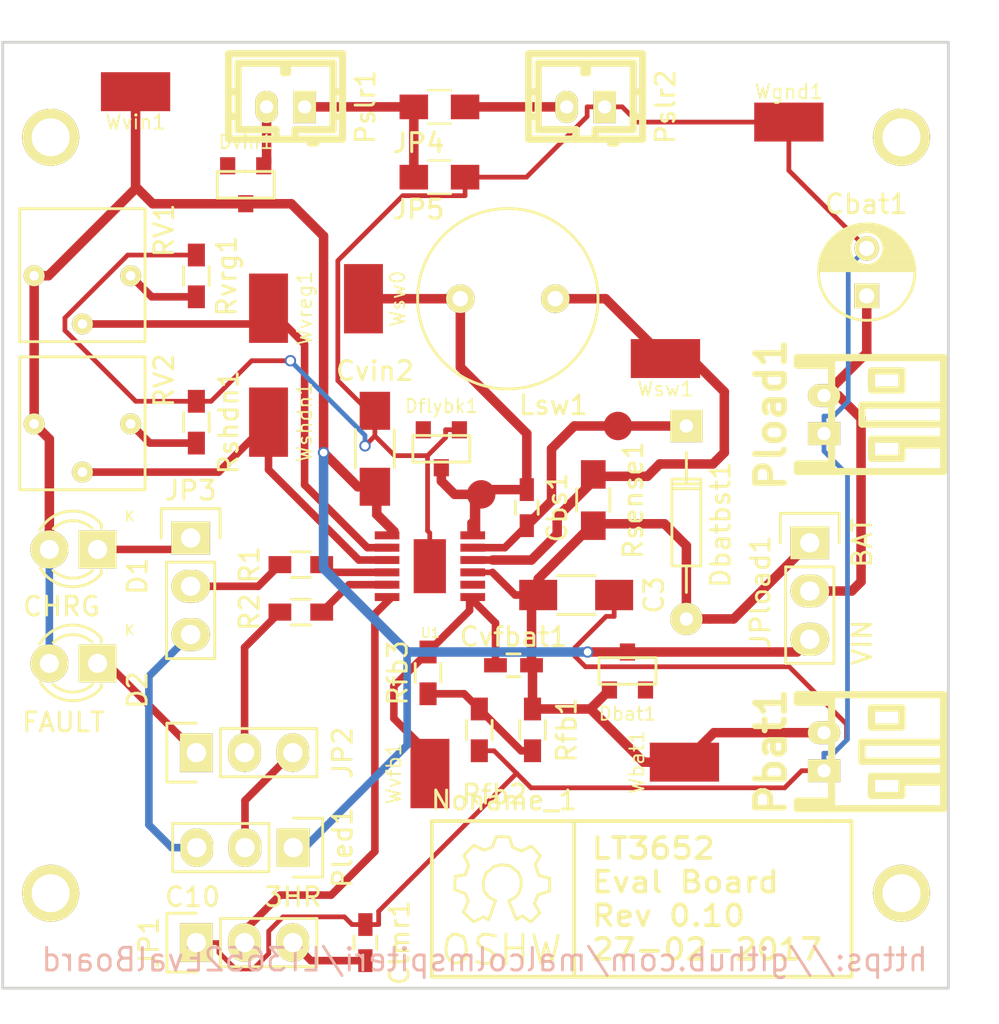
<source format=kicad_pcb>
(kicad_pcb (version 20171130) (host pcbnew "(5.1.12)-1")

  (general
    (thickness 1.6)
    (drawings 19)
    (tracks 285)
    (zones 0)
    (modules 47)
    (nets 27)
  )

  (page A4)
  (title_block
    (title "LT3652 Evaluation Board")
    (date 2017-02-27)
    (rev 0.1)
    (company "Malcolm Spiteri")
  )

  (layers
    (0 F.Cu signal)
    (31 B.Cu signal)
    (32 B.Adhes user)
    (33 F.Adhes user)
    (34 B.Paste user)
    (35 F.Paste user)
    (36 B.SilkS user)
    (37 F.SilkS user)
    (38 B.Mask user)
    (39 F.Mask user)
    (40 Dwgs.User user)
    (41 Cmts.User user)
    (42 Eco1.User user)
    (43 Eco2.User user)
    (44 Edge.Cuts user)
    (45 Margin user)
    (46 B.CrtYd user)
    (47 F.CrtYd user)
    (48 B.Fab user)
    (49 F.Fab user)
  )

  (setup
    (last_trace_width 0.25)
    (user_trace_width 0.3)
    (user_trace_width 0.4)
    (user_trace_width 0.5)
    (trace_clearance 0.2)
    (zone_clearance 0.508)
    (zone_45_only no)
    (trace_min 0.2)
    (via_size 0.6)
    (via_drill 0.4)
    (via_min_size 0.4)
    (via_min_drill 0.3)
    (uvia_size 0.3)
    (uvia_drill 0.1)
    (uvias_allowed no)
    (uvia_min_size 0.2)
    (uvia_min_drill 0.1)
    (edge_width 0.15)
    (segment_width 0.2)
    (pcb_text_width 0.3)
    (pcb_text_size 1.5 1.5)
    (mod_edge_width 0.15)
    (mod_text_size 1 1)
    (mod_text_width 0.15)
    (pad_size 1.524 1.524)
    (pad_drill 0.762)
    (pad_to_mask_clearance 0.055)
    (aux_axis_origin 147.866 107.95)
    (grid_origin 147.066 107.95)
    (visible_elements 7FFEFFFF)
    (pcbplotparams
      (layerselection 0x010f0_80000001)
      (usegerberextensions false)
      (usegerberattributes true)
      (usegerberadvancedattributes true)
      (creategerberjobfile true)
      (excludeedgelayer true)
      (linewidth 0.100000)
      (plotframeref false)
      (viasonmask false)
      (mode 1)
      (useauxorigin false)
      (hpglpennumber 1)
      (hpglpenspeed 20)
      (hpglpendiameter 15.000000)
      (psnegative false)
      (psa4output false)
      (plotreference true)
      (plotvalue true)
      (plotinvisibletext false)
      (padsonsilk false)
      (subtractmaskfromsilk false)
      (outputformat 1)
      (mirror false)
      (drillshape 0)
      (scaleselection 1)
      (outputdirectory "gerber/"))
  )

  (net 0 "")
  (net 1 "Net-(D2-Pad1)")
  (net 2 GND)
  (net 3 /VIN)
  (net 4 /VIN_REG)
  (net 5 /SHDN)
  (net 6 "Net-(JP1-Pad2)")
  (net 7 "Net-(JP2-Pad2)")
  (net 8 "Net-(JP2-Pad3)")
  (net 9 "Net-(R1-Pad1)")
  (net 10 "Net-(R2-Pad1)")
  (net 11 "Net-(D1-Pad1)")
  (net 12 "Net-(JP3-Pad2)")
  (net 13 "Net-(JP3-Pad3)")
  (net 14 "Net-(Rfb1-Pad2)")
  (net 15 /BAT)
  (net 16 /BOOST)
  (net 17 /SW)
  (net 18 /VFB)
  (net 19 /SENSE)
  (net 20 "Net-(Ctmr1-Pad1)")
  (net 21 "Net-(Dvin1-Pad3)")
  (net 22 "Net-(Cbat1-Pad1)")
  (net 23 "Net-(RV2-Pad3)")
  (net 24 "Net-(RV1-Pad3)")
  (net 25 "Net-(JP4-Pad1)")
  (net 26 "Net-(JP4-Pad2)")

  (net_class Default "This is the default net class."
    (clearance 0.2)
    (trace_width 0.25)
    (via_dia 0.6)
    (via_drill 0.4)
    (uvia_dia 0.3)
    (uvia_drill 0.1)
    (add_net /BAT)
    (add_net /BOOST)
    (add_net /SENSE)
    (add_net /SHDN)
    (add_net /SW)
    (add_net /VFB)
    (add_net /VIN)
    (add_net /VIN_REG)
    (add_net GND)
    (add_net "Net-(Cbat1-Pad1)")
    (add_net "Net-(Ctmr1-Pad1)")
    (add_net "Net-(D1-Pad1)")
    (add_net "Net-(D2-Pad1)")
    (add_net "Net-(Dvin1-Pad3)")
    (add_net "Net-(JP1-Pad2)")
    (add_net "Net-(JP2-Pad2)")
    (add_net "Net-(JP2-Pad3)")
    (add_net "Net-(JP3-Pad2)")
    (add_net "Net-(JP3-Pad3)")
    (add_net "Net-(JP4-Pad1)")
    (add_net "Net-(JP4-Pad2)")
    (add_net "Net-(R1-Pad1)")
    (add_net "Net-(R2-Pad1)")
    (add_net "Net-(RV1-Pad3)")
    (add_net "Net-(RV2-Pad3)")
    (add_net "Net-(Rfb1-Pad2)")
  )

  (net_class "Power Traces" ""
    (clearance 0.3)
    (trace_width 0.5)
    (via_dia 0.8)
    (via_drill 0.6)
    (uvia_dia 0.4)
    (uvia_drill 0.2)
  )

  (module ms_enclosures:MHH-20_ABS_Plastic_Box_Holes_Only (layer F.Cu) (tedit 58B1C752) (tstamp 56EC614E)
    (at 135.396 89.7)
    (descr "Outline, Eurocard 1/4, Type I,  80x50mm, with holes 3,5mm,")
    (tags "Outline, Eurocard 1/4, Type I, 80x50mm, with holes 3,5mm,")
    (fp_text reference REF** (at 0 -25) (layer F.Fab) hide
      (effects (font (size 1 1) (thickness 0.15)))
    )
    (fp_text value MHH-20_ABS_Plastic_Box (at 0 -23.5) (layer F.Fab) hide
      (effects (font (size 1 1) (thickness 0.15)))
    )
    (pad "" np_thru_hole circle (at -22.8 20.45) (size 3 3) (drill 2) (layers *.Cu *.Mask F.SilkS))
    (pad "" np_thru_hole circle (at -22.8 -19.35) (size 3 3) (drill 2) (layers *.Cu *.Mask F.SilkS))
    (pad "" np_thru_hole circle (at 22 -19.35) (size 3 3) (drill 2) (layers *.Cu *.Mask F.SilkS))
    (pad "" np_thru_hole circle (at 22 20.45) (size 3 3) (drill 2) (layers *.Cu *.Mask F.SilkS))
  )

  (module Pin_Headers:Pin_Header_Straight_1x03 (layer F.Cu) (tedit 56DDE121) (tstamp 56C26F74)
    (at 120.266 102.75 90)
    (descr "Through hole pin header")
    (tags "pin header")
    (path /56D0B468)
    (fp_text reference JP2 (at 0 7.7 90) (layer F.SilkS)
      (effects (font (size 1 1) (thickness 0.15)))
    )
    (fp_text value JUMPER3 (at -2.54 2.54 180) (layer F.Fab)
      (effects (font (size 1 1) (thickness 0.15)))
    )
    (fp_line (start -1.55 -1.55) (end 1.55 -1.55) (layer F.SilkS) (width 0.15))
    (fp_line (start -1.55 0) (end -1.55 -1.55) (layer F.SilkS) (width 0.15))
    (fp_line (start 1.27 1.27) (end -1.27 1.27) (layer F.SilkS) (width 0.15))
    (fp_line (start 1.55 -1.55) (end 1.55 0) (layer F.SilkS) (width 0.15))
    (fp_line (start 1.27 6.35) (end 1.27 1.27) (layer F.SilkS) (width 0.15))
    (fp_line (start -1.27 6.35) (end 1.27 6.35) (layer F.SilkS) (width 0.15))
    (fp_line (start -1.27 1.27) (end -1.27 6.35) (layer F.SilkS) (width 0.15))
    (fp_line (start -1.75 6.85) (end 1.75 6.85) (layer F.CrtYd) (width 0.05))
    (fp_line (start -1.75 -1.75) (end 1.75 -1.75) (layer F.CrtYd) (width 0.05))
    (fp_line (start 1.75 -1.75) (end 1.75 6.85) (layer F.CrtYd) (width 0.05))
    (fp_line (start -1.75 -1.75) (end -1.75 6.85) (layer F.CrtYd) (width 0.05))
    (pad 1 thru_hole rect (at 0 0 90) (size 2.032 1.7272) (drill 1.016) (layers *.Cu *.Mask F.SilkS)
      (net 1 "Net-(D2-Pad1)"))
    (pad 2 thru_hole oval (at 0 2.54 90) (size 2.032 1.7272) (drill 1.016) (layers *.Cu *.Mask F.SilkS)
      (net 7 "Net-(JP2-Pad2)"))
    (pad 3 thru_hole oval (at 0 5.08 90) (size 2.032 1.7272) (drill 1.016) (layers *.Cu *.Mask F.SilkS)
      (net 8 "Net-(JP2-Pad3)"))
    (model Pin_Headers.3dshapes/Pin_Header_Straight_1x03.wrl
      (offset (xyz 0 -2.539999961853027 0))
      (scale (xyz 1 1 1))
      (rotate (xyz 0 0 90))
    )
  )

  (module Resistors_SMD:R_0603_HandSoldering (layer F.Cu) (tedit 56DDE02B) (tstamp 56C64EDA)
    (at 125.766 92.85 180)
    (descr "Resistor SMD 0603, hand soldering")
    (tags "resistor 0603")
    (path /56C263E6)
    (attr smd)
    (fp_text reference R1 (at 2.7 0 270) (layer F.SilkS)
      (effects (font (size 1 1) (thickness 0.15)))
    )
    (fp_text value 10K (at -0.05 0 180) (layer F.Fab)
      (effects (font (size 1 1) (thickness 0.15)))
    )
    (fp_line (start -0.5 -0.675) (end 0.5 -0.675) (layer F.SilkS) (width 0.15))
    (fp_line (start 0.5 0.675) (end -0.5 0.675) (layer F.SilkS) (width 0.15))
    (fp_line (start 2 -0.8) (end 2 0.8) (layer F.CrtYd) (width 0.05))
    (fp_line (start -2 -0.8) (end -2 0.8) (layer F.CrtYd) (width 0.05))
    (fp_line (start -2 0.8) (end 2 0.8) (layer F.CrtYd) (width 0.05))
    (fp_line (start -2 -0.8) (end 2 -0.8) (layer F.CrtYd) (width 0.05))
    (pad 1 smd rect (at -1.1 0 180) (size 1.2 0.9) (layers F.Cu F.Paste F.Mask)
      (net 9 "Net-(R1-Pad1)"))
    (pad 2 smd rect (at 1.1 0 180) (size 1.2 0.9) (layers F.Cu F.Paste F.Mask)
      (net 12 "Net-(JP3-Pad2)"))
    (model Resistors_SMD.3dshapes/R_0603_HandSoldering.wrl
      (at (xyz 0 0 0))
      (scale (xyz 1 1 1))
      (rotate (xyz 0 0 0))
    )
  )

  (module Resistors_SMD:R_0603_HandSoldering (layer F.Cu) (tedit 56DDE024) (tstamp 56C64EDF)
    (at 125.766 95.35 180)
    (descr "Resistor SMD 0603, hand soldering")
    (tags "resistor 0603")
    (path /56C26441)
    (attr smd)
    (fp_text reference R2 (at 2.7 0 270) (layer F.SilkS)
      (effects (font (size 1 1) (thickness 0.15)))
    )
    (fp_text value 10K (at -0.05 0 180) (layer F.Fab)
      (effects (font (size 1 1) (thickness 0.15)))
    )
    (fp_line (start -0.5 -0.675) (end 0.5 -0.675) (layer F.SilkS) (width 0.15))
    (fp_line (start 0.5 0.675) (end -0.5 0.675) (layer F.SilkS) (width 0.15))
    (fp_line (start 2 -0.8) (end 2 0.8) (layer F.CrtYd) (width 0.05))
    (fp_line (start -2 -0.8) (end -2 0.8) (layer F.CrtYd) (width 0.05))
    (fp_line (start -2 0.8) (end 2 0.8) (layer F.CrtYd) (width 0.05))
    (fp_line (start -2 -0.8) (end 2 -0.8) (layer F.CrtYd) (width 0.05))
    (pad 1 smd rect (at -1.1 0 180) (size 1.2 0.9) (layers F.Cu F.Paste F.Mask)
      (net 10 "Net-(R2-Pad1)"))
    (pad 2 smd rect (at 1.1 0 180) (size 1.2 0.9) (layers F.Cu F.Paste F.Mask)
      (net 7 "Net-(JP2-Pad2)"))
    (model Resistors_SMD.3dshapes/R_0603_HandSoldering.wrl
      (at (xyz 0 0 0))
      (scale (xyz 1 1 1))
      (rotate (xyz 0 0 0))
    )
  )

  (module Capacitors_SMD:C_0603_HandSoldering (layer F.Cu) (tedit 56EC64F9) (tstamp 56D08B60)
    (at 137.666 89.85 90)
    (descr "Capacitor SMD 0603, hand soldering")
    (tags "capacitor 0603")
    (path /56C9E0DA)
    (attr smd)
    (fp_text reference Cbs1 (at 0 1.6 90) (layer F.SilkS)
      (effects (font (size 1 1) (thickness 0.15)))
    )
    (fp_text value 1uF (at 0 1.9 90) (layer F.Fab)
      (effects (font (size 1 1) (thickness 0.15)))
    )
    (fp_line (start 0.35 0.6) (end -0.35 0.6) (layer F.SilkS) (width 0.15))
    (fp_line (start -0.35 -0.6) (end 0.35 -0.6) (layer F.SilkS) (width 0.15))
    (fp_line (start 1.85 -0.75) (end 1.85 0.75) (layer F.CrtYd) (width 0.05))
    (fp_line (start -1.85 -0.75) (end -1.85 0.75) (layer F.CrtYd) (width 0.05))
    (fp_line (start -1.85 0.75) (end 1.85 0.75) (layer F.CrtYd) (width 0.05))
    (fp_line (start -1.85 -0.75) (end 1.85 -0.75) (layer F.CrtYd) (width 0.05))
    (pad 1 smd rect (at -0.95 0 90) (size 1.2 0.75) (layers F.Cu F.Paste F.Mask)
      (net 16 /BOOST))
    (pad 2 smd rect (at 0.95 0 90) (size 1.2 0.75) (layers F.Cu F.Paste F.Mask)
      (net 17 /SW))
    (model Capacitors_SMD.3dshapes/C_0603_HandSoldering.wrl
      (at (xyz 0 0 0))
      (scale (xyz 1 1 1))
      (rotate (xyz 0 0 0))
    )
  )

  (module Pin_Headers:Pin_Header_Straight_1x03 (layer F.Cu) (tedit 56DDE07B) (tstamp 56D08B75)
    (at 120.266 112.75 90)
    (descr "Through hole pin header")
    (tags "pin header")
    (path /56C28A94)
    (fp_text reference JP1 (at 0 -2.5 90) (layer F.SilkS)
      (effects (font (size 1 1) (thickness 0.15)))
    )
    (fp_text value "TIMER OPT" (at 0 -3.1 90) (layer F.Fab)
      (effects (font (size 1 1) (thickness 0.15)))
    )
    (fp_line (start -1.55 -1.55) (end 1.55 -1.55) (layer F.SilkS) (width 0.15))
    (fp_line (start -1.55 0) (end -1.55 -1.55) (layer F.SilkS) (width 0.15))
    (fp_line (start 1.27 1.27) (end -1.27 1.27) (layer F.SilkS) (width 0.15))
    (fp_line (start 1.55 -1.55) (end 1.55 0) (layer F.SilkS) (width 0.15))
    (fp_line (start 1.27 6.35) (end 1.27 1.27) (layer F.SilkS) (width 0.15))
    (fp_line (start -1.27 6.35) (end 1.27 6.35) (layer F.SilkS) (width 0.15))
    (fp_line (start -1.27 1.27) (end -1.27 6.35) (layer F.SilkS) (width 0.15))
    (fp_line (start -1.75 6.85) (end 1.75 6.85) (layer F.CrtYd) (width 0.05))
    (fp_line (start -1.75 -1.75) (end 1.75 -1.75) (layer F.CrtYd) (width 0.05))
    (fp_line (start 1.75 -1.75) (end 1.75 6.85) (layer F.CrtYd) (width 0.05))
    (fp_line (start -1.75 -1.75) (end -1.75 6.85) (layer F.CrtYd) (width 0.05))
    (pad 1 thru_hole rect (at 0 0 90) (size 2.032 1.7272) (drill 1.016) (layers *.Cu *.Mask F.SilkS)
      (net 2 GND))
    (pad 2 thru_hole oval (at 0 2.54 90) (size 2.032 1.7272) (drill 1.016) (layers *.Cu *.Mask F.SilkS)
      (net 6 "Net-(JP1-Pad2)"))
    (pad 3 thru_hole oval (at 0 5.08 90) (size 2.032 1.7272) (drill 1.016) (layers *.Cu *.Mask F.SilkS)
      (net 20 "Net-(Ctmr1-Pad1)"))
    (model Pin_Headers.3dshapes/Pin_Header_Straight_1x03.wrl
      (offset (xyz 0 -2.539999961853027 0))
      (scale (xyz 1 1 1))
      (rotate (xyz 0 0 90))
    )
  )

  (module Pin_Headers:Pin_Header_Straight_1x03 (layer F.Cu) (tedit 56DDE11C) (tstamp 56D08B88)
    (at 125.366 107.75 270)
    (descr "Through hole pin header")
    (tags "pin header")
    (path /56D1487C)
    (fp_text reference Pled1 (at 0 -2.6 270) (layer F.SilkS)
      (effects (font (size 1 1) (thickness 0.15)))
    )
    (fp_text value CONN_01X03 (at 0 -3.1 270) (layer F.Fab)
      (effects (font (size 1 1) (thickness 0.15)))
    )
    (fp_line (start -1.55 -1.55) (end 1.55 -1.55) (layer F.SilkS) (width 0.15))
    (fp_line (start -1.55 0) (end -1.55 -1.55) (layer F.SilkS) (width 0.15))
    (fp_line (start 1.27 1.27) (end -1.27 1.27) (layer F.SilkS) (width 0.15))
    (fp_line (start 1.55 -1.55) (end 1.55 0) (layer F.SilkS) (width 0.15))
    (fp_line (start 1.27 6.35) (end 1.27 1.27) (layer F.SilkS) (width 0.15))
    (fp_line (start -1.27 6.35) (end 1.27 6.35) (layer F.SilkS) (width 0.15))
    (fp_line (start -1.27 1.27) (end -1.27 6.35) (layer F.SilkS) (width 0.15))
    (fp_line (start -1.75 6.85) (end 1.75 6.85) (layer F.CrtYd) (width 0.05))
    (fp_line (start -1.75 -1.75) (end 1.75 -1.75) (layer F.CrtYd) (width 0.05))
    (fp_line (start 1.75 -1.75) (end 1.75 6.85) (layer F.CrtYd) (width 0.05))
    (fp_line (start -1.75 -1.75) (end -1.75 6.85) (layer F.CrtYd) (width 0.05))
    (pad 1 thru_hole rect (at 0 0 270) (size 2.032 1.7272) (drill 1.016) (layers *.Cu *.Mask F.SilkS)
      (net 3 /VIN))
    (pad 2 thru_hole oval (at 0 2.54 270) (size 2.032 1.7272) (drill 1.016) (layers *.Cu *.Mask F.SilkS)
      (net 8 "Net-(JP2-Pad3)"))
    (pad 3 thru_hole oval (at 0 5.08 270) (size 2.032 1.7272) (drill 1.016) (layers *.Cu *.Mask F.SilkS)
      (net 13 "Net-(JP3-Pad3)"))
    (model Pin_Headers.3dshapes/Pin_Header_Straight_1x03.wrl
      (offset (xyz 0 -2.539999961853027 0))
      (scale (xyz 1 1 1))
      (rotate (xyz 0 0 90))
    )
  )

  (module Resistors_SMD:R_0603_HandSoldering (layer F.Cu) (tedit 56DDDFB1) (tstamp 56D08B94)
    (at 137.966 101.55 270)
    (descr "Resistor SMD 0603, hand soldering")
    (tags "resistor 0603")
    (path /56CF4BE6)
    (attr smd)
    (fp_text reference Rfb1 (at 0 -1.8 270) (layer F.SilkS)
      (effects (font (size 1 1) (thickness 0.15)))
    )
    (fp_text value 90k (at 0 1.9 270) (layer F.Fab)
      (effects (font (size 1 1) (thickness 0.15)))
    )
    (fp_line (start -0.5 -0.675) (end 0.5 -0.675) (layer F.SilkS) (width 0.15))
    (fp_line (start 0.5 0.675) (end -0.5 0.675) (layer F.SilkS) (width 0.15))
    (fp_line (start 2 -0.8) (end 2 0.8) (layer F.CrtYd) (width 0.05))
    (fp_line (start -2 -0.8) (end -2 0.8) (layer F.CrtYd) (width 0.05))
    (fp_line (start -2 0.8) (end 2 0.8) (layer F.CrtYd) (width 0.05))
    (fp_line (start -2 -0.8) (end 2 -0.8) (layer F.CrtYd) (width 0.05))
    (pad 1 smd rect (at -1.1 0 270) (size 1.2 0.9) (layers F.Cu F.Paste F.Mask)
      (net 15 /BAT))
    (pad 2 smd rect (at 1.1 0 270) (size 1.2 0.9) (layers F.Cu F.Paste F.Mask)
      (net 14 "Net-(Rfb1-Pad2)"))
    (model Resistors_SMD.3dshapes/R_0603_HandSoldering.wrl
      (at (xyz 0 0 0))
      (scale (xyz 1 1 1))
      (rotate (xyz 0 0 0))
    )
  )

  (module Resistors_SMD:R_0603_HandSoldering (layer F.Cu) (tedit 56DDDFB8) (tstamp 56D08B9A)
    (at 135.166 101.55 270)
    (descr "Resistor SMD 0603, hand soldering")
    (tags "resistor 0603")
    (path /56CF4C65)
    (attr smd)
    (fp_text reference Rfb2 (at 3.4 -0.8) (layer F.SilkS)
      (effects (font (size 1 1) (thickness 0.15)))
    )
    (fp_text value 330k (at 0 1.9 270) (layer F.Fab)
      (effects (font (size 1 1) (thickness 0.15)))
    )
    (fp_line (start -0.5 -0.675) (end 0.5 -0.675) (layer F.SilkS) (width 0.15))
    (fp_line (start 0.5 0.675) (end -0.5 0.675) (layer F.SilkS) (width 0.15))
    (fp_line (start 2 -0.8) (end 2 0.8) (layer F.CrtYd) (width 0.05))
    (fp_line (start -2 -0.8) (end -2 0.8) (layer F.CrtYd) (width 0.05))
    (fp_line (start -2 0.8) (end 2 0.8) (layer F.CrtYd) (width 0.05))
    (fp_line (start -2 -0.8) (end 2 -0.8) (layer F.CrtYd) (width 0.05))
    (pad 1 smd rect (at -1.1 0 270) (size 1.2 0.9) (layers F.Cu F.Paste F.Mask)
      (net 14 "Net-(Rfb1-Pad2)"))
    (pad 2 smd rect (at 1.1 0 270) (size 1.2 0.9) (layers F.Cu F.Paste F.Mask)
      (net 2 GND))
    (model Resistors_SMD.3dshapes/R_0603_HandSoldering.wrl
      (at (xyz 0 0 0))
      (scale (xyz 1 1 1))
      (rotate (xyz 0 0 0))
    )
  )

  (module Resistors_SMD:R_0603_HandSoldering (layer F.Cu) (tedit 56DDE034) (tstamp 56D08BA0)
    (at 132.466 98.55 90)
    (descr "Resistor SMD 0603, hand soldering")
    (tags "resistor 0603")
    (path /56CF4CD2)
    (attr smd)
    (fp_text reference Rfb3 (at 0 -1.6 90) (layer F.SilkS)
      (effects (font (size 1 1) (thickness 0.15)))
    )
    (fp_text value 179k (at 0 1.9 90) (layer F.Fab)
      (effects (font (size 1 1) (thickness 0.15)))
    )
    (fp_line (start -0.5 -0.675) (end 0.5 -0.675) (layer F.SilkS) (width 0.15))
    (fp_line (start 0.5 0.675) (end -0.5 0.675) (layer F.SilkS) (width 0.15))
    (fp_line (start 2 -0.8) (end 2 0.8) (layer F.CrtYd) (width 0.05))
    (fp_line (start -2 -0.8) (end -2 0.8) (layer F.CrtYd) (width 0.05))
    (fp_line (start -2 0.8) (end 2 0.8) (layer F.CrtYd) (width 0.05))
    (fp_line (start -2 -0.8) (end 2 -0.8) (layer F.CrtYd) (width 0.05))
    (pad 1 smd rect (at -1.1 0 90) (size 1.2 0.9) (layers F.Cu F.Paste F.Mask)
      (net 14 "Net-(Rfb1-Pad2)"))
    (pad 2 smd rect (at 1.1 0 90) (size 1.2 0.9) (layers F.Cu F.Paste F.Mask)
      (net 18 /VFB))
    (model Resistors_SMD.3dshapes/R_0603_HandSoldering.wrl
      (at (xyz 0 0 0))
      (scale (xyz 1 1 1))
      (rotate (xyz 0 0 0))
    )
  )

  (module Pin_Headers:Pin_Header_Straight_1x03 (layer F.Cu) (tedit 56DDDFF1) (tstamp 56D090F2)
    (at 119.966 91.45)
    (descr "Through hole pin header")
    (tags "pin header")
    (path /56D0A561)
    (fp_text reference JP3 (at 0 -2.5) (layer F.SilkS)
      (effects (font (size 1 1) (thickness 0.15)))
    )
    (fp_text value JUMPER3 (at 0 -3.1) (layer F.Fab)
      (effects (font (size 1 1) (thickness 0.15)))
    )
    (fp_line (start -1.55 -1.55) (end 1.55 -1.55) (layer F.SilkS) (width 0.15))
    (fp_line (start -1.55 0) (end -1.55 -1.55) (layer F.SilkS) (width 0.15))
    (fp_line (start 1.27 1.27) (end -1.27 1.27) (layer F.SilkS) (width 0.15))
    (fp_line (start 1.55 -1.55) (end 1.55 0) (layer F.SilkS) (width 0.15))
    (fp_line (start 1.27 6.35) (end 1.27 1.27) (layer F.SilkS) (width 0.15))
    (fp_line (start -1.27 6.35) (end 1.27 6.35) (layer F.SilkS) (width 0.15))
    (fp_line (start -1.27 1.27) (end -1.27 6.35) (layer F.SilkS) (width 0.15))
    (fp_line (start -1.75 6.85) (end 1.75 6.85) (layer F.CrtYd) (width 0.05))
    (fp_line (start -1.75 -1.75) (end 1.75 -1.75) (layer F.CrtYd) (width 0.05))
    (fp_line (start 1.75 -1.75) (end 1.75 6.85) (layer F.CrtYd) (width 0.05))
    (fp_line (start -1.75 -1.75) (end -1.75 6.85) (layer F.CrtYd) (width 0.05))
    (pad 1 thru_hole rect (at 0 0) (size 2.032 1.7272) (drill 1.016) (layers *.Cu *.Mask F.SilkS)
      (net 11 "Net-(D1-Pad1)"))
    (pad 2 thru_hole oval (at 0 2.54) (size 2.032 1.7272) (drill 1.016) (layers *.Cu *.Mask F.SilkS)
      (net 12 "Net-(JP3-Pad2)"))
    (pad 3 thru_hole oval (at 0 5.08) (size 2.032 1.7272) (drill 1.016) (layers *.Cu *.Mask F.SilkS)
      (net 13 "Net-(JP3-Pad3)"))
    (model Pin_Headers.3dshapes/Pin_Header_Straight_1x03.wrl
      (offset (xyz 0 -2.539999961853027 0))
      (scale (xyz 1 1 1))
      (rotate (xyz 0 0 90))
    )
  )

  (module Capacitors_SMD:C_0603_HandSoldering (layer F.Cu) (tedit 56DDE03C) (tstamp 56D0AB06)
    (at 136.966 98.15 180)
    (descr "Capacitor SMD 0603, hand soldering")
    (tags "capacitor 0603")
    (path /56CF8C9B)
    (attr smd)
    (fp_text reference Cvfbat1 (at 0 1.5 180) (layer F.SilkS)
      (effects (font (size 1 1) (thickness 0.15)))
    )
    (fp_text value 22pF (at 0 1.9 180) (layer F.Fab)
      (effects (font (size 1 1) (thickness 0.15)))
    )
    (fp_line (start 0.35 0.6) (end -0.35 0.6) (layer F.SilkS) (width 0.15))
    (fp_line (start -0.35 -0.6) (end 0.35 -0.6) (layer F.SilkS) (width 0.15))
    (fp_line (start 1.85 -0.75) (end 1.85 0.75) (layer F.CrtYd) (width 0.05))
    (fp_line (start -1.85 -0.75) (end -1.85 0.75) (layer F.CrtYd) (width 0.05))
    (fp_line (start -1.85 0.75) (end 1.85 0.75) (layer F.CrtYd) (width 0.05))
    (fp_line (start -1.85 -0.75) (end 1.85 -0.75) (layer F.CrtYd) (width 0.05))
    (pad 1 smd rect (at -0.95 0 180) (size 1.2 0.75) (layers F.Cu F.Paste F.Mask)
      (net 15 /BAT))
    (pad 2 smd rect (at 0.95 0 180) (size 1.2 0.75) (layers F.Cu F.Paste F.Mask)
      (net 18 /VFB))
    (model Capacitors_SMD.3dshapes/C_0603_HandSoldering.wrl
      (at (xyz 0 0 0))
      (scale (xyz 1 1 1))
      (rotate (xyz 0 0 0))
    )
  )

  (module Capacitors_ThroughHole:C_Radial_D5_L6_P2.5 (layer F.Cu) (tedit 56DDDEFA) (tstamp 56D152E4)
    (at 155.566 78.7 90)
    (descr "Radial Electrolytic Capacitor Diameter 5mm x Length 6mm, Pitch 2.5mm")
    (tags "Electrolytic Capacitor")
    (path /56D1522A)
    (fp_text reference Cbat1 (at 4.836 -0.03 180) (layer F.SilkS)
      (effects (font (size 1 1) (thickness 0.15)))
    )
    (fp_text value 100uF (at 1.25 3.8 90) (layer F.Fab)
      (effects (font (size 1 1) (thickness 0.15)))
    )
    (fp_circle (center 1.25 0) (end 1.25 -2.8) (layer F.CrtYd) (width 0.05))
    (fp_circle (center 1.25 0) (end 1.25 -2.5375) (layer F.SilkS) (width 0.15))
    (fp_circle (center 2.5 0) (end 2.5 -0.9) (layer F.SilkS) (width 0.15))
    (fp_line (start 3.705 -0.472) (end 3.705 0.472) (layer F.SilkS) (width 0.15))
    (fp_line (start 3.565 -0.944) (end 3.565 0.944) (layer F.SilkS) (width 0.15))
    (fp_line (start 3.425 -1.233) (end 3.425 1.233) (layer F.SilkS) (width 0.15))
    (fp_line (start 3.285 0.44) (end 3.285 1.452) (layer F.SilkS) (width 0.15))
    (fp_line (start 3.285 -1.452) (end 3.285 -0.44) (layer F.SilkS) (width 0.15))
    (fp_line (start 3.145 0.628) (end 3.145 1.631) (layer F.SilkS) (width 0.15))
    (fp_line (start 3.145 -1.631) (end 3.145 -0.628) (layer F.SilkS) (width 0.15))
    (fp_line (start 3.005 0.745) (end 3.005 1.78) (layer F.SilkS) (width 0.15))
    (fp_line (start 3.005 -1.78) (end 3.005 -0.745) (layer F.SilkS) (width 0.15))
    (fp_line (start 2.865 0.823) (end 2.865 1.908) (layer F.SilkS) (width 0.15))
    (fp_line (start 2.865 -1.908) (end 2.865 -0.823) (layer F.SilkS) (width 0.15))
    (fp_line (start 2.725 0.871) (end 2.725 2.019) (layer F.SilkS) (width 0.15))
    (fp_line (start 2.725 -2.019) (end 2.725 -0.871) (layer F.SilkS) (width 0.15))
    (fp_line (start 2.585 0.896) (end 2.585 2.114) (layer F.SilkS) (width 0.15))
    (fp_line (start 2.585 -2.114) (end 2.585 -0.896) (layer F.SilkS) (width 0.15))
    (fp_line (start 2.445 0.898) (end 2.445 2.196) (layer F.SilkS) (width 0.15))
    (fp_line (start 2.445 -2.196) (end 2.445 -0.898) (layer F.SilkS) (width 0.15))
    (fp_line (start 2.305 0.879) (end 2.305 2.266) (layer F.SilkS) (width 0.15))
    (fp_line (start 2.305 -2.266) (end 2.305 -0.879) (layer F.SilkS) (width 0.15))
    (fp_line (start 2.165 0.835) (end 2.165 2.327) (layer F.SilkS) (width 0.15))
    (fp_line (start 2.165 -2.327) (end 2.165 -0.835) (layer F.SilkS) (width 0.15))
    (fp_line (start 2.025 0.764) (end 2.025 2.377) (layer F.SilkS) (width 0.15))
    (fp_line (start 2.025 -2.377) (end 2.025 -0.764) (layer F.SilkS) (width 0.15))
    (fp_line (start 1.885 0.657) (end 1.885 2.418) (layer F.SilkS) (width 0.15))
    (fp_line (start 1.885 -2.418) (end 1.885 -0.657) (layer F.SilkS) (width 0.15))
    (fp_line (start 1.745 0.49) (end 1.745 2.451) (layer F.SilkS) (width 0.15))
    (fp_line (start 1.745 -2.451) (end 1.745 -0.49) (layer F.SilkS) (width 0.15))
    (fp_line (start 1.605 0.095) (end 1.605 2.475) (layer F.SilkS) (width 0.15))
    (fp_line (start 1.605 -2.475) (end 1.605 -0.095) (layer F.SilkS) (width 0.15))
    (fp_line (start 1.465 -2.491) (end 1.465 2.491) (layer F.SilkS) (width 0.15))
    (fp_line (start 1.325 -2.499) (end 1.325 2.499) (layer F.SilkS) (width 0.15))
    (pad 1 thru_hole rect (at 0 0 90) (size 1.3 1.3) (drill 0.8) (layers *.Cu *.Mask F.SilkS)
      (net 22 "Net-(Cbat1-Pad1)"))
    (pad 2 thru_hole circle (at 2.5 0 90) (size 1.3 1.3) (drill 0.8) (layers *.Cu *.Mask F.SilkS)
      (net 2 GND))
    (model Capacitors_ThroughHole.3dshapes/C_Radial_D5_L6_P2.5.wrl
      (offset (xyz 1.250000021226883 0 0))
      (scale (xyz 1 1 1))
      (rotate (xyz 0 0 90))
    )
  )

  (module Capacitors_SMD:C_1206_HandSoldering (layer F.Cu) (tedit 56DDDEA4) (tstamp 56D5E4F2)
    (at 140.266 94.45)
    (descr "Capacitor SMD 1206, hand soldering")
    (tags "capacitor 1206")
    (path /56C2D406)
    (attr smd)
    (fp_text reference C3 (at 4.1 0 90) (layer F.SilkS)
      (effects (font (size 1 1) (thickness 0.15)))
    )
    (fp_text value 10uF (at 0 2.3) (layer F.Fab)
      (effects (font (size 1 1) (thickness 0.15)))
    )
    (fp_line (start -1 1.025) (end 1 1.025) (layer F.SilkS) (width 0.15))
    (fp_line (start 1 -1.025) (end -1 -1.025) (layer F.SilkS) (width 0.15))
    (fp_line (start 3.3 -1.15) (end 3.3 1.15) (layer F.CrtYd) (width 0.05))
    (fp_line (start -3.3 -1.15) (end -3.3 1.15) (layer F.CrtYd) (width 0.05))
    (fp_line (start -3.3 1.15) (end 3.3 1.15) (layer F.CrtYd) (width 0.05))
    (fp_line (start -3.3 -1.15) (end 3.3 -1.15) (layer F.CrtYd) (width 0.05))
    (pad 1 smd rect (at -2 0) (size 2 1.6) (layers F.Cu F.Paste F.Mask)
      (net 15 /BAT))
    (pad 2 smd rect (at 2 0) (size 2 1.6) (layers F.Cu F.Paste F.Mask)
      (net 2 GND))
    (model Capacitors_SMD.3dshapes/C_1206_HandSoldering.wrl
      (at (xyz 0 0 0))
      (scale (xyz 1 1 1))
      (rotate (xyz 0 0 0))
    )
  )

  (module Capacitors_SMD:C_0603_HandSoldering (layer F.Cu) (tedit 56DDE065) (tstamp 56D5E508)
    (at 129.166 112.75 90)
    (descr "Capacitor SMD 0603, hand soldering")
    (tags "capacitor 0603")
    (path /56D0C26A)
    (attr smd)
    (fp_text reference Ctmr1 (at 0 1.8 90) (layer F.SilkS)
      (effects (font (size 1 1) (thickness 0.15)))
    )
    (fp_text value 0.68µF (at 0 1.9 90) (layer F.Fab)
      (effects (font (size 1 1) (thickness 0.15)))
    )
    (fp_line (start 0.35 0.6) (end -0.35 0.6) (layer F.SilkS) (width 0.15))
    (fp_line (start -0.35 -0.6) (end 0.35 -0.6) (layer F.SilkS) (width 0.15))
    (fp_line (start 1.85 -0.75) (end 1.85 0.75) (layer F.CrtYd) (width 0.05))
    (fp_line (start -1.85 -0.75) (end -1.85 0.75) (layer F.CrtYd) (width 0.05))
    (fp_line (start -1.85 0.75) (end 1.85 0.75) (layer F.CrtYd) (width 0.05))
    (fp_line (start -1.85 -0.75) (end 1.85 -0.75) (layer F.CrtYd) (width 0.05))
    (pad 1 smd rect (at -0.95 0 90) (size 1.2 0.75) (layers F.Cu F.Paste F.Mask)
      (net 20 "Net-(Ctmr1-Pad1)"))
    (pad 2 smd rect (at 0.95 0 90) (size 1.2 0.75) (layers F.Cu F.Paste F.Mask)
      (net 2 GND))
    (model Capacitors_SMD.3dshapes/C_0603_HandSoldering.wrl
      (at (xyz 0 0 0))
      (scale (xyz 1 1 1))
      (rotate (xyz 0 0 0))
    )
  )

  (module Capacitors_SMD:C_1206_HandSoldering (layer F.Cu) (tedit 56DDDEBE) (tstamp 56D5E509)
    (at 129.666 86.75 270)
    (descr "Capacitor SMD 1206, hand soldering")
    (tags "capacitor 1206")
    (path /56C2978D)
    (attr smd)
    (fp_text reference Cvin2 (at -4.1 0) (layer F.SilkS)
      (effects (font (size 1 1) (thickness 0.15)))
    )
    (fp_text value 10uF (at 0 2.3 270) (layer F.Fab)
      (effects (font (size 1 1) (thickness 0.15)))
    )
    (fp_line (start -1 1.025) (end 1 1.025) (layer F.SilkS) (width 0.15))
    (fp_line (start 1 -1.025) (end -1 -1.025) (layer F.SilkS) (width 0.15))
    (fp_line (start 3.3 -1.15) (end 3.3 1.15) (layer F.CrtYd) (width 0.05))
    (fp_line (start -3.3 -1.15) (end -3.3 1.15) (layer F.CrtYd) (width 0.05))
    (fp_line (start -3.3 1.15) (end 3.3 1.15) (layer F.CrtYd) (width 0.05))
    (fp_line (start -3.3 -1.15) (end 3.3 -1.15) (layer F.CrtYd) (width 0.05))
    (pad 1 smd rect (at -2 0 270) (size 2 1.6) (layers F.Cu F.Paste F.Mask)
      (net 2 GND))
    (pad 2 smd rect (at 2 0 270) (size 2 1.6) (layers F.Cu F.Paste F.Mask)
      (net 3 /VIN))
    (model Capacitors_SMD.3dshapes/C_1206_HandSoldering.wrl
      (at (xyz 0 0 0))
      (scale (xyz 1 1 1))
      (rotate (xyz 0 0 0))
    )
  )

  (module w_conn_jst-ph:b2b-ph-kl (layer F.Cu) (tedit 56DDDEC8) (tstamp 56D5E52E)
    (at 124.966 68.75 180)
    (descr "JST PH series connector, B2B-PH-KL")
    (path /56F3F4BC)
    (fp_text reference Pslr1 (at -4.2 0 270) (layer F.SilkS)
      (effects (font (size 1 1) (thickness 0.15)))
    )
    (fp_text value "JST PH" (at 0 4.20116 180) (layer F.Fab)
      (effects (font (size 1.524 1.524) (thickness 0.3048)))
    )
    (fp_line (start -2.99974 2.79908) (end 2.99974 2.79908) (layer F.SilkS) (width 0.381))
    (fp_line (start 2.99974 -1.69926) (end -2.99974 -1.69926) (layer F.SilkS) (width 0.381))
    (fp_line (start -1.6002 -1.89992) (end -1.6002 -1.69926) (layer F.SilkS) (width 0.381))
    (fp_line (start -1.30048 -1.89992) (end -1.6002 -1.89992) (layer F.SilkS) (width 0.381))
    (fp_line (start -1.30048 -1.69926) (end -1.30048 -1.89992) (layer F.SilkS) (width 0.381))
    (fp_line (start 2.99974 -1.69926) (end 2.99974 2.79908) (layer F.SilkS) (width 0.381))
    (fp_line (start -2.99974 -1.69926) (end -2.99974 2.79908) (layer F.SilkS) (width 0.381))
    (fp_line (start 0.50038 -1.19888) (end 0.50038 -1.69926) (layer F.SilkS) (width 0.381))
    (fp_line (start 2.49936 -1.19888) (end 0.50038 -1.19888) (layer F.SilkS) (width 0.381))
    (fp_line (start 2.49936 2.30124) (end 2.49936 -1.19888) (layer F.SilkS) (width 0.381))
    (fp_line (start -2.49936 2.30124) (end 2.49936 2.30124) (layer F.SilkS) (width 0.381))
    (fp_line (start -2.49936 -1.19888) (end -2.49936 2.30124) (layer F.SilkS) (width 0.381))
    (fp_line (start -0.50038 -1.19888) (end -2.49936 -1.19888) (layer F.SilkS) (width 0.381))
    (fp_line (start -0.50038 -1.69926) (end -0.50038 -1.19888) (layer F.SilkS) (width 0.381))
    (fp_line (start -2.49936 -0.50038) (end -2.99974 -0.50038) (layer F.SilkS) (width 0.381))
    (fp_line (start -2.49936 0.8001) (end -2.99974 0.8001) (layer F.SilkS) (width 0.381))
    (fp_line (start 2.49936 0.8001) (end 2.99974 0.8001) (layer F.SilkS) (width 0.381))
    (fp_line (start 2.99974 -0.50038) (end 2.49936 -0.50038) (layer F.SilkS) (width 0.381))
    (fp_line (start 0.09906 1.80086) (end 0.09906 2.30124) (layer F.SilkS) (width 0.381))
    (fp_line (start -0.09906 1.80086) (end 0.09906 1.80086) (layer F.SilkS) (width 0.381))
    (fp_line (start -0.09906 2.30124) (end -0.09906 1.80086) (layer F.SilkS) (width 0.381))
    (pad 1 thru_hole rect (at -1.00076 0 180) (size 1.19888 1.69926) (drill 0.70104) (layers *.Cu *.Mask F.SilkS)
      (net 25 "Net-(JP4-Pad1)"))
    (pad 2 thru_hole oval (at 1.00076 0 180) (size 1.19888 1.69926) (drill 0.70104) (layers *.Cu *.Mask F.SilkS)
      (net 21 "Net-(Dvin1-Pad3)"))
    (model walter/conn_jst-ph/b2b-ph-kl.wrl
      (at (xyz 0 0 0))
      (scale (xyz 1 1 1))
      (rotate (xyz 0 0 0))
    )
  )

  (module LEDs:LED-3MM (layer F.Cu) (tedit 56DDE016) (tstamp 56D5FE78)
    (at 115.066 92.05 180)
    (descr "LED 3mm round vertical")
    (tags "LED  3mm round vertical")
    (path /56C26334)
    (fp_text reference D1 (at -2.1 -1.4 270) (layer F.SilkS)
      (effects (font (size 1 1) (thickness 0.15)))
    )
    (fp_text value "3mm GRN" (at 1.3 -2.9 180) (layer F.Fab)
      (effects (font (size 1 1) (thickness 0.15)))
    )
    (fp_line (start -0.199 -1.28) (end -0.199 -1.1) (layer F.SilkS) (width 0.15))
    (fp_line (start -0.199 1.314) (end -0.199 1.114) (layer F.SilkS) (width 0.15))
    (fp_line (start -1.2 -2.2) (end -1.2 2.3) (layer F.CrtYd) (width 0.05))
    (fp_line (start 3.8 -2.2) (end -1.2 -2.2) (layer F.CrtYd) (width 0.05))
    (fp_line (start 3.8 2.3) (end 3.8 -2.2) (layer F.CrtYd) (width 0.05))
    (fp_line (start -1.2 2.3) (end 3.8 2.3) (layer F.CrtYd) (width 0.05))
    (fp_text user K (at -1.69 1.74 180) (layer F.SilkS)
      (effects (font (size 0.5 0.5) (thickness 0.1)))
    )
    (fp_arc (start 1.301 0.034) (end -0.199 -1.286) (angle 108.5) (layer F.SilkS) (width 0.15))
    (fp_arc (start 1.301 0.034) (end 0.25 -1.1) (angle 85.7) (layer F.SilkS) (width 0.15))
    (fp_arc (start 1.311 0.034) (end 3.051 0.994) (angle 110) (layer F.SilkS) (width 0.15))
    (fp_arc (start 1.301 0.034) (end 2.335 1.094) (angle 87.5) (layer F.SilkS) (width 0.15))
    (pad 1 thru_hole rect (at 0 0 270) (size 2 2) (drill 1.00076) (layers *.Cu *.Mask F.SilkS)
      (net 11 "Net-(D1-Pad1)"))
    (pad 2 thru_hole circle (at 2.54 0 180) (size 2 2) (drill 1.00076) (layers *.Cu *.Mask F.SilkS)
      (net 3 /VIN))
    (model LEDs.3dshapes/LED-3MM.wrl
      (offset (xyz 1.269999980926514 0 0))
      (scale (xyz 1 1 1))
      (rotate (xyz 0 0 90))
    )
  )

  (module LEDs:LED-3MM (layer F.Cu) (tedit 56DDE01C) (tstamp 56D5FE88)
    (at 115.066 98.05 180)
    (descr "LED 3mm round vertical")
    (tags "LED  3mm round vertical")
    (path /56C2636F)
    (fp_text reference D2 (at -2.1 -1.4 270) (layer F.SilkS)
      (effects (font (size 1 1) (thickness 0.15)))
    )
    (fp_text value "3mm RED" (at 1.3 -2.9 180) (layer F.Fab)
      (effects (font (size 1 1) (thickness 0.15)))
    )
    (fp_line (start -0.199 -1.28) (end -0.199 -1.1) (layer F.SilkS) (width 0.15))
    (fp_line (start -0.199 1.314) (end -0.199 1.114) (layer F.SilkS) (width 0.15))
    (fp_line (start -1.2 -2.2) (end -1.2 2.3) (layer F.CrtYd) (width 0.05))
    (fp_line (start 3.8 -2.2) (end -1.2 -2.2) (layer F.CrtYd) (width 0.05))
    (fp_line (start 3.8 2.3) (end 3.8 -2.2) (layer F.CrtYd) (width 0.05))
    (fp_line (start -1.2 2.3) (end 3.8 2.3) (layer F.CrtYd) (width 0.05))
    (fp_text user K (at -1.69 1.74 180) (layer F.SilkS)
      (effects (font (size 0.5 0.5) (thickness 0.1)))
    )
    (fp_arc (start 1.301 0.034) (end -0.199 -1.286) (angle 108.5) (layer F.SilkS) (width 0.15))
    (fp_arc (start 1.301 0.034) (end 0.25 -1.1) (angle 85.7) (layer F.SilkS) (width 0.15))
    (fp_arc (start 1.311 0.034) (end 3.051 0.994) (angle 110) (layer F.SilkS) (width 0.15))
    (fp_arc (start 1.301 0.034) (end 2.335 1.094) (angle 87.5) (layer F.SilkS) (width 0.15))
    (pad 1 thru_hole rect (at 0 0 270) (size 2 2) (drill 1.00076) (layers *.Cu *.Mask F.SilkS)
      (net 1 "Net-(D2-Pad1)"))
    (pad 2 thru_hole circle (at 2.54 0 180) (size 2 2) (drill 1.00076) (layers *.Cu *.Mask F.SilkS)
      (net 3 /VIN))
    (model LEDs.3dshapes/LED-3MM.wrl
      (offset (xyz 1.269999980926514 0 0))
      (scale (xyz 1 1 1))
      (rotate (xyz 0 0 90))
    )
  )

  (module Pin_Headers:Pin_Header_Straight_1x03 (layer F.Cu) (tedit 56DDE0C2) (tstamp 56D7132F)
    (at 152.566 91.7)
    (descr "Through hole pin header")
    (tags "pin header")
    (path /56D774FB)
    (fp_text reference JPload1 (at -2.6 2.6 270) (layer F.SilkS)
      (effects (font (size 1 1) (thickness 0.15)))
    )
    (fp_text value JUMPER3 (at 0 -3.1) (layer F.Fab)
      (effects (font (size 1 1) (thickness 0.15)))
    )
    (fp_line (start -1.55 -1.55) (end 1.55 -1.55) (layer F.SilkS) (width 0.15))
    (fp_line (start -1.55 0) (end -1.55 -1.55) (layer F.SilkS) (width 0.15))
    (fp_line (start 1.27 1.27) (end -1.27 1.27) (layer F.SilkS) (width 0.15))
    (fp_line (start 1.55 -1.55) (end 1.55 0) (layer F.SilkS) (width 0.15))
    (fp_line (start 1.27 6.35) (end 1.27 1.27) (layer F.SilkS) (width 0.15))
    (fp_line (start -1.27 6.35) (end 1.27 6.35) (layer F.SilkS) (width 0.15))
    (fp_line (start -1.27 1.27) (end -1.27 6.35) (layer F.SilkS) (width 0.15))
    (fp_line (start -1.75 6.85) (end 1.75 6.85) (layer F.CrtYd) (width 0.05))
    (fp_line (start -1.75 -1.75) (end 1.75 -1.75) (layer F.CrtYd) (width 0.05))
    (fp_line (start 1.75 -1.75) (end 1.75 6.85) (layer F.CrtYd) (width 0.05))
    (fp_line (start -1.75 -1.75) (end -1.75 6.85) (layer F.CrtYd) (width 0.05))
    (pad 1 thru_hole rect (at 0 0) (size 2.032 1.7272) (drill 1.016) (layers *.Cu *.Mask F.SilkS)
      (net 15 /BAT))
    (pad 2 thru_hole oval (at 0 2.54) (size 2.032 1.7272) (drill 1.016) (layers *.Cu *.Mask F.SilkS)
      (net 22 "Net-(Cbat1-Pad1)"))
    (pad 3 thru_hole oval (at 0 5.08) (size 2.032 1.7272) (drill 1.016) (layers *.Cu *.Mask F.SilkS)
      (net 3 /VIN))
    (model Pin_Headers.3dshapes/Pin_Header_Straight_1x03.wrl
      (offset (xyz 0 -2.539999961853027 0))
      (scale (xyz 1 1 1))
      (rotate (xyz 0 0 90))
    )
  )

  (module Symbols:Symbol_OSHW-Logo_SilkScreen (layer F.Cu) (tedit 56D73114) (tstamp 56D730C5)
    (at 136.366 109.65)
    (descr "Symbol, OSHW-Logo, Silk Screen,")
    (tags "Symbol, OSHW-Logo, Silk Screen,")
    (fp_text reference Noname_1 (at 0.09906 -4.38912) (layer F.SilkS)
      (effects (font (size 1 1) (thickness 0.15)))
    )
    (fp_text value Symbol_OSHW-Logo_SilkScreen (at 0.30988 6.56082) (layer F.Fab)
      (effects (font (size 1 1) (thickness 0.15)))
    )
    (fp_line (start 0.35052 0.89916) (end 0.7493 1.89992) (layer F.SilkS) (width 0.15))
    (fp_line (start -0.35052 0.89916) (end -0.70104 1.89992) (layer F.SilkS) (width 0.15))
    (fp_line (start -0.70104 0.70104) (end -0.35052 0.89916) (layer F.SilkS) (width 0.15))
    (fp_line (start -0.94996 0.39878) (end -0.70104 0.70104) (layer F.SilkS) (width 0.15))
    (fp_line (start -1.00076 -0.09906) (end -0.94996 0.39878) (layer F.SilkS) (width 0.15))
    (fp_line (start -0.8509 -0.55118) (end -1.00076 -0.09906) (layer F.SilkS) (width 0.15))
    (fp_line (start -0.44958 -0.89916) (end -0.8509 -0.55118) (layer F.SilkS) (width 0.15))
    (fp_line (start -0.0508 -1.00076) (end -0.44958 -0.89916) (layer F.SilkS) (width 0.15))
    (fp_line (start 0.39878 -0.94996) (end -0.0508 -1.00076) (layer F.SilkS) (width 0.15))
    (fp_line (start 0.8509 -0.59944) (end 0.39878 -0.94996) (layer F.SilkS) (width 0.15))
    (fp_line (start 1.00076 -0.24892) (end 0.8509 -0.59944) (layer F.SilkS) (width 0.15))
    (fp_line (start 1.00076 0.14986) (end 1.00076 -0.24892) (layer F.SilkS) (width 0.15))
    (fp_line (start 0.8509 0.55118) (end 1.00076 0.14986) (layer F.SilkS) (width 0.15))
    (fp_line (start 0.65024 0.7493) (end 0.8509 0.55118) (layer F.SilkS) (width 0.15))
    (fp_line (start 0.35052 0.89916) (end 0.65024 0.7493) (layer F.SilkS) (width 0.15))
    (fp_line (start -1.9304 0.5207) (end -1.7907 0.91948) (layer F.SilkS) (width 0.15))
    (fp_line (start -2.4892 0.32004) (end -1.9304 0.5207) (layer F.SilkS) (width 0.15))
    (fp_line (start -2.47904 -0.381) (end -2.4892 0.32004) (layer F.SilkS) (width 0.15))
    (fp_line (start -1.9304 -0.48006) (end -2.47904 -0.381) (layer F.SilkS) (width 0.15))
    (fp_line (start -1.76022 -0.96012) (end -1.9304 -0.48006) (layer F.SilkS) (width 0.15))
    (fp_line (start -2.00914 -1.50114) (end -1.76022 -0.96012) (layer F.SilkS) (width 0.15))
    (fp_line (start -1.49098 -2.02946) (end -2.00914 -1.50114) (layer F.SilkS) (width 0.15))
    (fp_line (start -0.9398 -1.76022) (end -1.49098 -2.02946) (layer F.SilkS) (width 0.15))
    (fp_line (start -0.5207 -1.9304) (end -0.9398 -1.76022) (layer F.SilkS) (width 0.15))
    (fp_line (start -0.30988 -2.47904) (end -0.5207 -1.9304) (layer F.SilkS) (width 0.15))
    (fp_line (start 0.381 -2.46126) (end -0.30988 -2.47904) (layer F.SilkS) (width 0.15))
    (fp_line (start 0.55118 -1.92024) (end 0.381 -2.46126) (layer F.SilkS) (width 0.15))
    (fp_line (start 1.02108 -1.71958) (end 0.55118 -1.92024) (layer F.SilkS) (width 0.15))
    (fp_line (start 1.53924 -1.9812) (end 1.02108 -1.71958) (layer F.SilkS) (width 0.15))
    (fp_line (start 2.00914 -1.47066) (end 1.53924 -1.9812) (layer F.SilkS) (width 0.15))
    (fp_line (start 1.7399 -1.00076) (end 2.00914 -1.47066) (layer F.SilkS) (width 0.15))
    (fp_line (start 1.94056 -0.42926) (end 1.7399 -1.00076) (layer F.SilkS) (width 0.15))
    (fp_line (start 2.49936 -0.28956) (end 1.94056 -0.42926) (layer F.SilkS) (width 0.15))
    (fp_line (start 2.49936 0.39116) (end 2.49936 -0.28956) (layer F.SilkS) (width 0.15))
    (fp_line (start 1.88976 0.57912) (end 2.49936 0.39116) (layer F.SilkS) (width 0.15))
    (fp_line (start 1.69926 1.04902) (end 1.88976 0.57912) (layer F.SilkS) (width 0.15))
    (fp_line (start 1.9812 1.52908) (end 1.69926 1.04902) (layer F.SilkS) (width 0.15))
    (fp_line (start 1.50876 2.0193) (end 1.9812 1.52908) (layer F.SilkS) (width 0.15))
    (fp_line (start 1.06934 1.6891) (end 1.50876 2.0193) (layer F.SilkS) (width 0.15))
    (fp_line (start 0.73914 1.8796) (end 1.06934 1.6891) (layer F.SilkS) (width 0.15))
    (fp_line (start -0.98044 1.7399) (end -0.70104 1.89992) (layer F.SilkS) (width 0.15))
    (fp_line (start -1.50114 2.00914) (end -0.98044 1.7399) (layer F.SilkS) (width 0.15))
    (fp_line (start -2.03962 1.49098) (end -1.50114 2.00914) (layer F.SilkS) (width 0.15))
    (fp_line (start -1.78054 0.92964) (end -2.03962 1.49098) (layer F.SilkS) (width 0.15))
    (fp_line (start -2.03962 2.78892) (end -2.4003 2.65938) (layer F.SilkS) (width 0.15))
    (fp_line (start -1.9304 3.07086) (end -2.03962 2.78892) (layer F.SilkS) (width 0.15))
    (fp_line (start -1.8796 3.4798) (end -1.9304 3.07086) (layer F.SilkS) (width 0.15))
    (fp_line (start -1.95072 3.93954) (end -1.8796 3.4798) (layer F.SilkS) (width 0.15))
    (fp_line (start -2.16916 4.11988) (end -1.95072 3.93954) (layer F.SilkS) (width 0.15))
    (fp_line (start -2.47904 4.191) (end -2.16916 4.11988) (layer F.SilkS) (width 0.15))
    (fp_line (start -2.7305 4.06908) (end -2.47904 4.191) (layer F.SilkS) (width 0.15))
    (fp_line (start -2.93116 3.74904) (end -2.7305 4.06908) (layer F.SilkS) (width 0.15))
    (fp_line (start -2.9591 3.40106) (end -2.93116 3.74904) (layer F.SilkS) (width 0.15))
    (fp_line (start -2.8702 2.91084) (end -2.9591 3.40106) (layer F.SilkS) (width 0.15))
    (fp_line (start -2.6289 2.66954) (end -2.8702 2.91084) (layer F.SilkS) (width 0.15))
    (fp_line (start -2.37998 2.64922) (end -2.6289 2.66954) (layer F.SilkS) (width 0.15))
    (fp_line (start -0.9906 4.20878) (end -1.34112 4.09956) (layer F.SilkS) (width 0.15))
    (fp_line (start -0.67056 4.18084) (end -0.9906 4.20878) (layer F.SilkS) (width 0.15))
    (fp_line (start -0.43942 3.95986) (end -0.67056 4.18084) (layer F.SilkS) (width 0.15))
    (fp_line (start -0.48006 3.66014) (end -0.43942 3.95986) (layer F.SilkS) (width 0.15))
    (fp_line (start -0.6604 3.50012) (end -0.48006 3.66014) (layer F.SilkS) (width 0.15))
    (fp_line (start -1.04902 3.37058) (end -0.6604 3.50012) (layer F.SilkS) (width 0.15))
    (fp_line (start -1.29032 3.12928) (end -1.04902 3.37058) (layer F.SilkS) (width 0.15))
    (fp_line (start -1.25984 2.86004) (end -1.29032 3.12928) (layer F.SilkS) (width 0.15))
    (fp_line (start -1.02108 2.65938) (end -1.25984 2.86004) (layer F.SilkS) (width 0.15))
    (fp_line (start -0.70104 2.66954) (end -1.02108 2.65938) (layer F.SilkS) (width 0.15))
    (fp_line (start -0.35052 2.75082) (end -0.70104 2.66954) (layer F.SilkS) (width 0.15))
    (fp_line (start 0.20066 4.21894) (end 0.21082 4.20878) (layer F.SilkS) (width 0.15))
    (fp_line (start 0.20066 2.64922) (end 0.20066 4.21894) (layer F.SilkS) (width 0.15))
    (fp_line (start 1.08966 2.65938) (end 1.08966 4.20116) (layer F.SilkS) (width 0.15))
    (fp_line (start 1.04902 3.38074) (end 1.04902 3.37058) (layer F.SilkS) (width 0.15))
    (fp_line (start 1.03886 3.37058) (end 1.04902 3.38074) (layer F.SilkS) (width 0.15))
    (fp_line (start 0.24892 3.38074) (end 1.03886 3.37058) (layer F.SilkS) (width 0.15))
    (fp_line (start 2.61874 4.17068) (end 2.9591 2.72034) (layer F.SilkS) (width 0.15))
    (fp_line (start 2.30886 3.0988) (end 2.61874 4.17068) (layer F.SilkS) (width 0.15))
    (fp_line (start 2.02946 4.16052) (end 2.30886 3.0988) (layer F.SilkS) (width 0.15))
    (fp_line (start 1.66878 2.68986) (end 2.02946 4.16052) (layer F.SilkS) (width 0.15))
  )

  (module w_conn_jst-ph:b2b-ph-kl (layer F.Cu) (tedit 56DDDED2) (tstamp 56D8B10A)
    (at 140.766 68.75 180)
    (descr "JST PH series connector, B2B-PH-KL")
    (path /56D8B1A1)
    (fp_text reference Pslr2 (at -4.2 0 270) (layer F.SilkS)
      (effects (font (size 1 1) (thickness 0.15)))
    )
    (fp_text value "JST PH" (at 0 4.20116 180) (layer F.Fab)
      (effects (font (size 1.524 1.524) (thickness 0.3048)))
    )
    (fp_line (start -2.99974 2.79908) (end 2.99974 2.79908) (layer F.SilkS) (width 0.381))
    (fp_line (start 2.99974 -1.69926) (end -2.99974 -1.69926) (layer F.SilkS) (width 0.381))
    (fp_line (start -1.6002 -1.89992) (end -1.6002 -1.69926) (layer F.SilkS) (width 0.381))
    (fp_line (start -1.30048 -1.89992) (end -1.6002 -1.89992) (layer F.SilkS) (width 0.381))
    (fp_line (start -1.30048 -1.69926) (end -1.30048 -1.89992) (layer F.SilkS) (width 0.381))
    (fp_line (start 2.99974 -1.69926) (end 2.99974 2.79908) (layer F.SilkS) (width 0.381))
    (fp_line (start -2.99974 -1.69926) (end -2.99974 2.79908) (layer F.SilkS) (width 0.381))
    (fp_line (start 0.50038 -1.19888) (end 0.50038 -1.69926) (layer F.SilkS) (width 0.381))
    (fp_line (start 2.49936 -1.19888) (end 0.50038 -1.19888) (layer F.SilkS) (width 0.381))
    (fp_line (start 2.49936 2.30124) (end 2.49936 -1.19888) (layer F.SilkS) (width 0.381))
    (fp_line (start -2.49936 2.30124) (end 2.49936 2.30124) (layer F.SilkS) (width 0.381))
    (fp_line (start -2.49936 -1.19888) (end -2.49936 2.30124) (layer F.SilkS) (width 0.381))
    (fp_line (start -0.50038 -1.19888) (end -2.49936 -1.19888) (layer F.SilkS) (width 0.381))
    (fp_line (start -0.50038 -1.69926) (end -0.50038 -1.19888) (layer F.SilkS) (width 0.381))
    (fp_line (start -2.49936 -0.50038) (end -2.99974 -0.50038) (layer F.SilkS) (width 0.381))
    (fp_line (start -2.49936 0.8001) (end -2.99974 0.8001) (layer F.SilkS) (width 0.381))
    (fp_line (start 2.49936 0.8001) (end 2.99974 0.8001) (layer F.SilkS) (width 0.381))
    (fp_line (start 2.99974 -0.50038) (end 2.49936 -0.50038) (layer F.SilkS) (width 0.381))
    (fp_line (start 0.09906 1.80086) (end 0.09906 2.30124) (layer F.SilkS) (width 0.381))
    (fp_line (start -0.09906 1.80086) (end 0.09906 1.80086) (layer F.SilkS) (width 0.381))
    (fp_line (start -0.09906 2.30124) (end -0.09906 1.80086) (layer F.SilkS) (width 0.381))
    (pad 1 thru_hole rect (at -1.00076 0 180) (size 1.19888 1.69926) (drill 0.70104) (layers *.Cu *.Mask F.SilkS)
      (net 2 GND))
    (pad 2 thru_hole oval (at 1.00076 0 180) (size 1.19888 1.69926) (drill 0.70104) (layers *.Cu *.Mask F.SilkS)
      (net 26 "Net-(JP4-Pad2)"))
    (model walter/conn_jst-ph/b2b-ph-kl.wrl
      (at (xyz 0 0 0))
      (scale (xyz 1 1 1))
      (rotate (xyz 0 0 0))
    )
  )

  (module Resistors_SMD:R_0603_HandSoldering (layer F.Cu) (tedit 56DDDFDD) (tstamp 56D9C4AF)
    (at 120.266 85.35 90)
    (descr "Resistor SMD 0603, hand soldering")
    (tags "resistor 0603")
    (path /56D9CD10)
    (attr smd)
    (fp_text reference Rshdn1 (at 0 1.7 90) (layer F.SilkS)
      (effects (font (size 1 1) (thickness 0.15)))
    )
    (fp_text value 10K (at 0 1.9 90) (layer F.Fab)
      (effects (font (size 1 1) (thickness 0.15)))
    )
    (fp_line (start -0.5 -0.675) (end 0.5 -0.675) (layer F.SilkS) (width 0.15))
    (fp_line (start 0.5 0.675) (end -0.5 0.675) (layer F.SilkS) (width 0.15))
    (fp_line (start 2 -0.8) (end 2 0.8) (layer F.CrtYd) (width 0.05))
    (fp_line (start -2 -0.8) (end -2 0.8) (layer F.CrtYd) (width 0.05))
    (fp_line (start -2 0.8) (end 2 0.8) (layer F.CrtYd) (width 0.05))
    (fp_line (start -2 -0.8) (end 2 -0.8) (layer F.CrtYd) (width 0.05))
    (pad 1 smd rect (at -1.1 0 90) (size 1.2 0.9) (layers F.Cu F.Paste F.Mask)
      (net 23 "Net-(RV2-Pad3)"))
    (pad 2 smd rect (at 1.1 0 90) (size 1.2 0.9) (layers F.Cu F.Paste F.Mask)
      (net 2 GND))
    (model Resistors_SMD.3dshapes/R_0603_HandSoldering.wrl
      (at (xyz 0 0 0))
      (scale (xyz 1 1 1))
      (rotate (xyz 0 0 0))
    )
  )

  (module Resistors_SMD:R_0603_HandSoldering (layer F.Cu) (tedit 56DDE092) (tstamp 56D9C4BB)
    (at 120.266 77.65 90)
    (descr "Resistor SMD 0603, hand soldering")
    (tags "resistor 0603")
    (path /56D9C63D)
    (attr smd)
    (fp_text reference Rvrg1 (at 0 1.6 90) (layer F.SilkS)
      (effects (font (size 1 1) (thickness 0.15)))
    )
    (fp_text value 10K (at 0 1.9 90) (layer F.Fab)
      (effects (font (size 1 1) (thickness 0.15)))
    )
    (fp_line (start -0.5 -0.675) (end 0.5 -0.675) (layer F.SilkS) (width 0.15))
    (fp_line (start 0.5 0.675) (end -0.5 0.675) (layer F.SilkS) (width 0.15))
    (fp_line (start 2 -0.8) (end 2 0.8) (layer F.CrtYd) (width 0.05))
    (fp_line (start -2 -0.8) (end -2 0.8) (layer F.CrtYd) (width 0.05))
    (fp_line (start -2 0.8) (end 2 0.8) (layer F.CrtYd) (width 0.05))
    (fp_line (start -2 -0.8) (end 2 -0.8) (layer F.CrtYd) (width 0.05))
    (pad 1 smd rect (at -1.1 0 90) (size 1.2 0.9) (layers F.Cu F.Paste F.Mask)
      (net 24 "Net-(RV1-Pad3)"))
    (pad 2 smd rect (at 1.1 0 90) (size 1.2 0.9) (layers F.Cu F.Paste F.Mask)
      (net 2 GND))
    (model Resistors_SMD.3dshapes/R_0603_HandSoldering.wrl
      (at (xyz 0 0 0))
      (scale (xyz 1 1 1))
      (rotate (xyz 0 0 0))
    )
  )

  (module Diodes_ThroughHole:Diode_DO-35_SOD27_Horizontal_RM10 (layer F.Cu) (tedit 56DDDCA5) (tstamp 56DDDC45)
    (at 146.066 85.55 270)
    (descr "Diode, DO-35,  SOD27, Horizontal, RM 10mm")
    (tags "Diode, DO-35, SOD27, Horizontal, RM 10mm, 1N4148,")
    (path /56C9FB14)
    (fp_text reference Dbatbst1 (at 5.2 -1.8 270) (layer F.SilkS)
      (effects (font (size 1 1) (thickness 0.15)))
    )
    (fp_text value D_Small (at 4.41452 -3.55854 270) (layer F.Fab)
      (effects (font (size 1 1) (thickness 0.15)))
    )
    (fp_line (start 2.79452 -0.76454) (end 2.79452 -0.00254) (layer F.SilkS) (width 0.15))
    (fp_line (start 7.36652 -0.76454) (end 2.79452 -0.76454) (layer F.SilkS) (width 0.15))
    (fp_line (start 7.36652 0.75946) (end 7.36652 -0.76454) (layer F.SilkS) (width 0.15))
    (fp_line (start 2.79452 0.75946) (end 7.36652 0.75946) (layer F.SilkS) (width 0.15))
    (fp_line (start 2.79452 -0.00254) (end 2.79452 0.75946) (layer F.SilkS) (width 0.15))
    (fp_line (start 3.04852 -0.76454) (end 3.04852 0.75946) (layer F.SilkS) (width 0.15))
    (fp_line (start 3.30252 -0.76454) (end 3.30252 0.75946) (layer F.SilkS) (width 0.15))
    (fp_line (start 2.92152 -0.00254) (end 1.39752 -0.00254) (layer F.SilkS) (width 0.15))
    (fp_line (start 7.36652 -0.00254) (end 8.76352 -0.00254) (layer F.SilkS) (width 0.15))
    (pad 2 thru_hole circle (at 10.16052 -0.00254 90) (size 1.69926 1.69926) (drill 0.70104) (layers *.Cu *.Mask F.SilkS)
      (net 15 /BAT))
    (pad 1 thru_hole rect (at 0.00052 -0.00254 90) (size 1.69926 1.69926) (drill 0.70104) (layers *.Cu *.Mask F.SilkS)
      (net 16 /BOOST))
    (model Diodes_ThroughHole.3dshapes/Diode_DO-35_SOD27_Horizontal_RM10.wrl
      (offset (xyz 5.079999923706055 0 0))
      (scale (xyz 0.4 0.4 0.4))
      (rotate (xyz 0 0 180))
    )
  )

  (module ms_diodes:DIODES_INC_ZLLS500 (layer F.Cu) (tedit 56CF8313) (tstamp 56E8B753)
    (at 142.966 98.45)
    (path /56D71C0A)
    (fp_text reference Dbat1 (at 0 2.25) (layer F.SilkS)
      (effects (font (size 0.7 0.7) (thickness 0.1)))
    )
    (fp_text value D_Schottky_Small_ZLLS500 (at 0 0.05) (layer F.Fab)
      (effects (font (size 0.4 0.4) (thickness 0.1)))
    )
    (fp_line (start 0 0.7) (end 0.05 0.7) (layer F.SilkS) (width 0.15))
    (fp_line (start -1.5 0.7) (end 0 0.7) (layer F.SilkS) (width 0.15))
    (fp_line (start -1.5 -0.7) (end -1.5 0.7) (layer F.SilkS) (width 0.15))
    (fp_line (start 1.5 -0.7) (end -1.5 -0.7) (layer F.SilkS) (width 0.15))
    (fp_line (start 1.5 0.7) (end 1.5 -0.7) (layer F.SilkS) (width 0.15))
    (fp_line (start 0 0.7) (end 1.5 0.7) (layer F.SilkS) (width 0.15))
    (pad 1 smd rect (at 0 -1) (size 0.8 0.9) (layers F.Cu F.Paste F.Mask)
      (net 3 /VIN))
    (pad 3 smd rect (at -0.95 1) (size 0.8 0.9) (layers F.Cu F.Paste F.Mask)
      (net 15 /BAT))
    (pad 2 smd rect (at 0.95 1) (size 0.8 0.9) (layers F.Cu F.Paste F.Mask))
  )

  (module ms_diodes:DIODES_INC_ZLLS500 (layer F.Cu) (tedit 56CF8313) (tstamp 56E8B75F)
    (at 133.166 86.75 180)
    (path /56D129A8)
    (fp_text reference Dflybk1 (at 0 2.25 180) (layer F.SilkS)
      (effects (font (size 0.7 0.7) (thickness 0.1)))
    )
    (fp_text value ZLLS500 (at 0 0.05 180) (layer F.Fab)
      (effects (font (size 0.4 0.4) (thickness 0.1)))
    )
    (fp_line (start 0 0.7) (end 0.05 0.7) (layer F.SilkS) (width 0.15))
    (fp_line (start -1.5 0.7) (end 0 0.7) (layer F.SilkS) (width 0.15))
    (fp_line (start -1.5 -0.7) (end -1.5 0.7) (layer F.SilkS) (width 0.15))
    (fp_line (start 1.5 -0.7) (end -1.5 -0.7) (layer F.SilkS) (width 0.15))
    (fp_line (start 1.5 0.7) (end 1.5 -0.7) (layer F.SilkS) (width 0.15))
    (fp_line (start 0 0.7) (end 1.5 0.7) (layer F.SilkS) (width 0.15))
    (pad 1 smd rect (at 0 -1 180) (size 0.8 0.9) (layers F.Cu F.Paste F.Mask)
      (net 17 /SW))
    (pad 3 smd rect (at -0.95 1 180) (size 0.8 0.9) (layers F.Cu F.Paste F.Mask)
      (net 2 GND))
    (pad 2 smd rect (at 0.95 1 180) (size 0.8 0.9) (layers F.Cu F.Paste F.Mask))
  )

  (module ms_diodes:DIODES_INC_ZLLS500 (layer F.Cu) (tedit 56CF8313) (tstamp 56E8B76B)
    (at 122.866 72.85 180)
    (path /56D13470)
    (fp_text reference Dvin1 (at 0 2.25 180) (layer F.SilkS)
      (effects (font (size 0.7 0.7) (thickness 0.1)))
    )
    (fp_text value ZLLS500 (at 0 0.05 180) (layer F.Fab)
      (effects (font (size 0.4 0.4) (thickness 0.1)))
    )
    (fp_line (start 0 0.7) (end 0.05 0.7) (layer F.SilkS) (width 0.15))
    (fp_line (start -1.5 0.7) (end 0 0.7) (layer F.SilkS) (width 0.15))
    (fp_line (start -1.5 -0.7) (end -1.5 0.7) (layer F.SilkS) (width 0.15))
    (fp_line (start 1.5 -0.7) (end -1.5 -0.7) (layer F.SilkS) (width 0.15))
    (fp_line (start 1.5 0.7) (end 1.5 -0.7) (layer F.SilkS) (width 0.15))
    (fp_line (start 0 0.7) (end 1.5 0.7) (layer F.SilkS) (width 0.15))
    (pad 1 smd rect (at 0 -1 180) (size 0.8 0.9) (layers F.Cu F.Paste F.Mask)
      (net 3 /VIN))
    (pad 3 smd rect (at -0.95 1 180) (size 0.8 0.9) (layers F.Cu F.Paste F.Mask)
      (net 21 "Net-(Dvin1-Pad3)"))
    (pad 2 smd rect (at 0.95 1 180) (size 0.8 0.9) (layers F.Cu F.Paste F.Mask))
  )

  (module ms_pcb_test_points:HARWIN_S1751-46 (layer F.Cu) (tedit 56F33767) (tstamp 56E8B7A3)
    (at 145.966 103.25)
    (path /56CEBC53)
    (fp_text reference Wbat1 (at -2.5 0 90) (layer F.SilkS)
      (effects (font (size 0.75 0.75) (thickness 0.1)))
    )
    (fp_text value TEST_1P (at 0 -1.4) (layer F.Fab)
      (effects (font (size 0.5 0.5) (thickness 0.075)))
    )
    (pad 1 smd rect (at 0 0) (size 3.65 2.05) (layers F.Cu F.Paste F.Mask)
      (net 15 /BAT))
  )

  (module ms_pcb_test_points:HARWIN_S1751-46 (layer F.Cu) (tedit 56D08424) (tstamp 56E8B7A7)
    (at 151.466 69.55 180)
    (path /56CBDCCF)
    (fp_text reference Wgnd1 (at 0 1.6 180) (layer F.SilkS)
      (effects (font (size 0.75 0.75) (thickness 0.1)))
    )
    (fp_text value TEST_1P (at 0 -1.4 180) (layer F.Fab)
      (effects (font (size 0.5 0.5) (thickness 0.075)))
    )
    (pad 1 smd rect (at 0 0 180) (size 3.65 2.05) (layers F.Cu F.Paste F.Mask)
      (net 2 GND))
  )

  (module ms_pcb_test_points:HARWIN_S1751-46 (layer F.Cu) (tedit 56EC64B2) (tstamp 56E8B7AB)
    (at 124.066 85.35 270)
    (path /56C774E0)
    (fp_text reference Wshdn1 (at 0 -1.9 90) (layer F.SilkS)
      (effects (font (size 0.75 0.75) (thickness 0.1)))
    )
    (fp_text value TEST_1P (at 0 -1.4 270) (layer F.Fab)
      (effects (font (size 0.5 0.5) (thickness 0.075)))
    )
    (pad 1 smd rect (at 0 0 270) (size 3.65 2.05) (layers F.Cu F.Paste F.Mask)
      (net 5 /SHDN))
  )

  (module ms_pcb_test_points:HARWIN_S1751-46 (layer F.Cu) (tedit 56D08424) (tstamp 56E8B7AF)
    (at 144.966 82)
    (path /56CEC1FA)
    (fp_text reference Wsw1 (at 0 1.6) (layer F.SilkS)
      (effects (font (size 0.75 0.75) (thickness 0.1)))
    )
    (fp_text value TEST_1P (at 0 -1.4) (layer F.Fab)
      (effects (font (size 0.5 0.5) (thickness 0.075)))
    )
    (pad 1 smd rect (at 0 0) (size 3.65 2.05) (layers F.Cu F.Paste F.Mask)
      (net 19 /SENSE))
  )

  (module ms_pcb_test_points:HARWIN_S1751-46 (layer F.Cu) (tedit 56EC64E0) (tstamp 56E8B7B3)
    (at 132.566 103.85 90)
    (path /56CF54DF)
    (fp_text reference Wvfb1 (at 0 -1.9 90) (layer F.SilkS)
      (effects (font (size 0.75 0.75) (thickness 0.1)))
    )
    (fp_text value TEST_1P (at 0 -1.4 90) (layer F.Fab)
      (effects (font (size 0.5 0.5) (thickness 0.075)))
    )
    (pad 1 smd rect (at 0 0 90) (size 3.65 2.05) (layers F.Cu F.Paste F.Mask)
      (net 18 /VFB))
  )

  (module ms_pcb_test_points:HARWIN_S1751-46 (layer F.Cu) (tedit 56EC64C5) (tstamp 56E8B7B7)
    (at 124.066 79.35 270)
    (path /56C76D09)
    (fp_text reference Wvreg1 (at 0 -1.9 270) (layer F.SilkS)
      (effects (font (size 0.75 0.75) (thickness 0.1)))
    )
    (fp_text value TEST_1P (at 0 -1.4 270) (layer F.Fab)
      (effects (font (size 0.5 0.5) (thickness 0.075)))
    )
    (pad 1 smd rect (at 0 0 270) (size 3.65 2.05) (layers F.Cu F.Paste F.Mask)
      (net 4 /VIN_REG))
  )

  (module ms_lt3652:LT3652MSE_HandSoldering (layer F.Cu) (tedit 56DDE24E) (tstamp 56EC5F32)
    (at 132.566 92.95)
    (path /56C21ABA)
    (fp_text reference U1 (at 0.02 3.49) (layer F.SilkS)
      (effects (font (size 0.5 0.5) (thickness 0.075)))
    )
    (fp_text value LT3652 (at 0 2.64) (layer F.Fab)
      (effects (font (size 0.5 0.5) (thickness 0.075)))
    )
    (pad 6 smd rect (at -2.258 1.6075 90) (size 0.42 1.3) (layers F.Cu F.Paste F.Mask)
      (net 6 "Net-(JP1-Pad2)"))
    (pad 5 smd rect (at -2.258 0.9575 90) (size 0.42 1.3) (layers F.Cu F.Paste F.Mask)
      (net 10 "Net-(R2-Pad1)"))
    (pad 4 smd rect (at -2.258 0.3075 90) (size 0.42 1.3) (layers F.Cu F.Paste F.Mask)
      (net 9 "Net-(R1-Pad1)"))
    (pad 3 smd rect (at -2.258 -0.3425 90) (size 0.42 1.3) (layers F.Cu F.Paste F.Mask)
      (net 5 /SHDN))
    (pad 2 smd rect (at -2.258 -0.9925 90) (size 0.42 1.3) (layers F.Cu F.Paste F.Mask)
      (net 4 /VIN_REG))
    (pad 1 smd rect (at -2.258 -1.6425 90) (size 0.42 1.3) (layers F.Cu F.Paste F.Mask)
      (net 3 /VIN))
    (pad 12 smd rect (at 2.253 -1.6425 90) (size 0.42 1.3) (layers F.Cu F.Paste F.Mask)
      (net 17 /SW))
    (pad 11 smd rect (at 2.253 -0.9925 90) (size 0.42 1.3) (layers F.Cu F.Paste F.Mask)
      (net 16 /BOOST))
    (pad 10 smd rect (at 2.253 -0.3425 90) (size 0.42 1.3) (layers F.Cu F.Paste F.Mask)
      (net 19 /SENSE))
    (pad 9 smd rect (at 2.253 0.3075 90) (size 0.42 1.3) (layers F.Cu F.Paste F.Mask)
      (net 15 /BAT))
    (pad 8 smd rect (at 2.253 0.9575 90) (size 0.42 1.3) (layers F.Cu F.Paste F.Mask))
    (pad 7 smd rect (at 2.253 1.6075 90) (size 0.42 1.3) (layers F.Cu F.Paste F.Mask)
      (net 18 /VFB))
    (pad 13 smd rect (at -0.0075 -0.0175 90) (size 2.845 1.7) (layers F.Cu F.Paste F.Mask)
      (net 2 GND))
  )

  (module ms_pcb_test_points:HARWIN_S1751-46 (layer F.Cu) (tedit 56D08424) (tstamp 56F0768D)
    (at 117.066 67.95)
    (path /56F07523)
    (fp_text reference Wvin1 (at 0 1.6) (layer F.SilkS)
      (effects (font (size 0.75 0.75) (thickness 0.1)))
    )
    (fp_text value TEST_1P (at 0 -1.4) (layer F.Fab)
      (effects (font (size 0.5 0.5) (thickness 0.075)))
    )
    (pad 1 smd rect (at 0 0) (size 3.65 2.05) (layers F.Cu F.Paste F.Mask)
      (net 3 /VIN))
  )

  (module w_conn_jst-ph:s2b-ph-kl (layer F.Cu) (tedit 56F07489) (tstamp 56F09263)
    (at 153.316 102.7 90)
    (descr "JST PH series connector, S2B-PH-KL")
    (path /56CB9AD3)
    (fp_text reference Pbat1 (at 0 -2.79908 90) (layer F.SilkS)
      (effects (font (size 1.524 1.524) (thickness 0.3048)))
    )
    (fp_text value "JST PH" (at 0 7.80034 90) (layer F.Fab)
      (effects (font (size 1.524 1.524) (thickness 0.3048)))
    )
    (fp_line (start -2.99974 -1.39954) (end -2.99974 6.2992) (layer F.SilkS) (width 0.381))
    (fp_line (start -2.60096 -1.39954) (end -2.99974 -1.39954) (layer F.SilkS) (width 0.381))
    (fp_line (start -2.60096 0.39878) (end -2.60096 -1.39954) (layer F.SilkS) (width 0.381))
    (fp_line (start 2.60096 -1.39954) (end 2.60096 0.39878) (layer F.SilkS) (width 0.381))
    (fp_line (start 2.99974 -1.39954) (end 2.60096 -1.39954) (layer F.SilkS) (width 0.381))
    (fp_line (start 2.99974 6.2992) (end 2.99974 -1.39954) (layer F.SilkS) (width 0.381))
    (fp_line (start -2.99974 6.2992) (end 2.99974 6.2992) (layer F.SilkS) (width 0.381))
    (fp_line (start -2.79908 -1.39954) (end -2.79908 0.39878) (layer F.SilkS) (width 0.381))
    (fp_line (start 2.79908 -1.39954) (end 2.79908 0.39878) (layer F.SilkS) (width 0.381))
    (fp_line (start 2.99974 0.39878) (end -2.99974 0.39878) (layer F.SilkS) (width 0.381))
    (fp_line (start -2.30124 4.09956) (end -2.30124 2.49936) (layer F.SilkS) (width 0.381))
    (fp_line (start -1.30048 4.09956) (end -2.30124 4.09956) (layer F.SilkS) (width 0.381))
    (fp_line (start -1.30048 2.49936) (end -1.30048 4.09956) (layer F.SilkS) (width 0.381))
    (fp_line (start -2.30124 2.49936) (end -1.30048 2.49936) (layer F.SilkS) (width 0.381))
    (fp_line (start 1.29794 2.49936) (end 2.2987 2.49936) (layer F.SilkS) (width 0.381))
    (fp_line (start 2.2987 2.49936) (end 2.2987 4.09956) (layer F.SilkS) (width 0.381))
    (fp_line (start 2.2987 4.09956) (end 1.29794 4.09956) (layer F.SilkS) (width 0.381))
    (fp_line (start 1.29794 4.09956) (end 1.29794 2.49936) (layer F.SilkS) (width 0.381))
    (fp_line (start 0.50038 1.99898) (end -0.50038 1.99898) (layer F.SilkS) (width 0.381))
    (fp_line (start -0.50038 1.99898) (end -0.50038 6.2992) (layer F.SilkS) (width 0.381))
    (fp_line (start 0.50038 1.99898) (end 0.50038 6.2992) (layer F.SilkS) (width 0.381))
    (fp_line (start -1.6002 6.2992) (end -1.6002 4.09956) (layer F.SilkS) (width 0.381))
    (fp_line (start -1.30048 6.2992) (end -1.6002 6.2992) (layer F.SilkS) (width 0.381))
    (fp_line (start -1.30048 4.09956) (end -1.30048 6.2992) (layer F.SilkS) (width 0.381))
    (pad 1 thru_hole rect (at -1.00076 0 90) (size 1.19888 1.69926) (drill 0.70104) (layers *.Cu *.Mask F.SilkS)
      (net 2 GND))
    (pad 2 thru_hole oval (at 1.00076 0 90) (size 1.19888 1.69926) (drill 0.70104) (layers *.Cu *.Mask F.SilkS)
      (net 15 /BAT))
    (model walter/conn_jst-ph/s2b-ph-kl.wrl
      (at (xyz 0 0 0))
      (scale (xyz 1 1 1))
      (rotate (xyz 0 0 0))
    )
  )

  (module w_conn_jst-ph:s2b-ph-kl (layer F.Cu) (tedit 56F07497) (tstamp 56F09280)
    (at 153.316 84.95 90)
    (descr "JST PH series connector, S2B-PH-KL")
    (path /56CF675B)
    (fp_text reference Pload1 (at 0 -2.79908 90) (layer F.SilkS)
      (effects (font (size 1.524 1.524) (thickness 0.3048)))
    )
    (fp_text value "JST PH" (at 0 7.80034 90) (layer F.Fab)
      (effects (font (size 1.524 1.524) (thickness 0.3048)))
    )
    (fp_line (start -2.99974 -1.39954) (end -2.99974 6.2992) (layer F.SilkS) (width 0.381))
    (fp_line (start -2.60096 -1.39954) (end -2.99974 -1.39954) (layer F.SilkS) (width 0.381))
    (fp_line (start -2.60096 0.39878) (end -2.60096 -1.39954) (layer F.SilkS) (width 0.381))
    (fp_line (start 2.60096 -1.39954) (end 2.60096 0.39878) (layer F.SilkS) (width 0.381))
    (fp_line (start 2.99974 -1.39954) (end 2.60096 -1.39954) (layer F.SilkS) (width 0.381))
    (fp_line (start 2.99974 6.2992) (end 2.99974 -1.39954) (layer F.SilkS) (width 0.381))
    (fp_line (start -2.99974 6.2992) (end 2.99974 6.2992) (layer F.SilkS) (width 0.381))
    (fp_line (start -2.79908 -1.39954) (end -2.79908 0.39878) (layer F.SilkS) (width 0.381))
    (fp_line (start 2.79908 -1.39954) (end 2.79908 0.39878) (layer F.SilkS) (width 0.381))
    (fp_line (start 2.99974 0.39878) (end -2.99974 0.39878) (layer F.SilkS) (width 0.381))
    (fp_line (start -2.30124 4.09956) (end -2.30124 2.49936) (layer F.SilkS) (width 0.381))
    (fp_line (start -1.30048 4.09956) (end -2.30124 4.09956) (layer F.SilkS) (width 0.381))
    (fp_line (start -1.30048 2.49936) (end -1.30048 4.09956) (layer F.SilkS) (width 0.381))
    (fp_line (start -2.30124 2.49936) (end -1.30048 2.49936) (layer F.SilkS) (width 0.381))
    (fp_line (start 1.29794 2.49936) (end 2.2987 2.49936) (layer F.SilkS) (width 0.381))
    (fp_line (start 2.2987 2.49936) (end 2.2987 4.09956) (layer F.SilkS) (width 0.381))
    (fp_line (start 2.2987 4.09956) (end 1.29794 4.09956) (layer F.SilkS) (width 0.381))
    (fp_line (start 1.29794 4.09956) (end 1.29794 2.49936) (layer F.SilkS) (width 0.381))
    (fp_line (start 0.50038 1.99898) (end -0.50038 1.99898) (layer F.SilkS) (width 0.381))
    (fp_line (start -0.50038 1.99898) (end -0.50038 6.2992) (layer F.SilkS) (width 0.381))
    (fp_line (start 0.50038 1.99898) (end 0.50038 6.2992) (layer F.SilkS) (width 0.381))
    (fp_line (start -1.6002 6.2992) (end -1.6002 4.09956) (layer F.SilkS) (width 0.381))
    (fp_line (start -1.30048 6.2992) (end -1.6002 6.2992) (layer F.SilkS) (width 0.381))
    (fp_line (start -1.30048 4.09956) (end -1.30048 6.2992) (layer F.SilkS) (width 0.381))
    (pad 1 thru_hole rect (at -1.00076 0 90) (size 1.19888 1.69926) (drill 0.70104) (layers *.Cu *.Mask F.SilkS)
      (net 2 GND))
    (pad 2 thru_hole oval (at 1.00076 0 90) (size 1.19888 1.69926) (drill 0.70104) (layers *.Cu *.Mask F.SilkS)
      (net 22 "Net-(Cbat1-Pad1)"))
    (model walter/conn_jst-ph/s2b-ph-kl.wrl
      (at (xyz 0 0 0))
      (scale (xyz 1 1 1))
      (rotate (xyz 0 0 0))
    )
  )

  (module Resistors_SMD:R_0805_HandSoldering (layer F.Cu) (tedit 54189DEE) (tstamp 56F463AD)
    (at 141.166 89.45 270)
    (descr "Resistor SMD 0805, hand soldering")
    (tags "resistor 0805")
    (path /56D0804A)
    (attr smd)
    (fp_text reference Rsense1 (at 0 -2.1 270) (layer F.SilkS)
      (effects (font (size 1 1) (thickness 0.15)))
    )
    (fp_text value 250mO (at 0 2.1 270) (layer F.Fab)
      (effects (font (size 1 1) (thickness 0.15)))
    )
    (fp_line (start -0.6 -0.875) (end 0.6 -0.875) (layer F.SilkS) (width 0.15))
    (fp_line (start 0.6 0.875) (end -0.6 0.875) (layer F.SilkS) (width 0.15))
    (fp_line (start 2.4 -1) (end 2.4 1) (layer F.CrtYd) (width 0.05))
    (fp_line (start -2.4 -1) (end -2.4 1) (layer F.CrtYd) (width 0.05))
    (fp_line (start -2.4 1) (end 2.4 1) (layer F.CrtYd) (width 0.05))
    (fp_line (start -2.4 -1) (end 2.4 -1) (layer F.CrtYd) (width 0.05))
    (pad 1 smd rect (at -1.35 0 270) (size 1.5 1.3) (layers F.Cu F.Paste F.Mask)
      (net 19 /SENSE))
    (pad 2 smd rect (at 1.35 0 270) (size 1.5 1.3) (layers F.Cu F.Paste F.Mask)
      (net 15 /BAT))
    (model Resistors_SMD.3dshapes/R_0805_HandSoldering.wrl
      (at (xyz 0 0 0))
      (scale (xyz 1 1 1))
      (rotate (xyz 0 0 0))
    )
  )

  (module ms_pcb_test_points:HARWIN_S1751-46 (layer F.Cu) (tedit 57057109) (tstamp 57057171)
    (at 129.066 78.85 90)
    (path /57057E28)
    (fp_text reference Wsw0 (at 0 1.8 90) (layer F.SilkS)
      (effects (font (size 0.75 0.75) (thickness 0.1)))
    )
    (fp_text value TEST_1P (at 0 -1.4 90) (layer F.Fab)
      (effects (font (size 0.5 0.5) (thickness 0.075)))
    )
    (pad 1 smd rect (at 0 0 90) (size 3.65 2.05) (layers F.Cu F.Paste F.Mask)
      (net 17 /SW))
  )

  (module ms_inductors:PANASONIC_ELC09D100F (layer F.Cu) (tedit 570AB2CB) (tstamp 56E8B777)
    (at 136.666 78.85)
    (path /56CBACE4)
    (fp_text reference Lsw1 (at 2.4 5.6) (layer F.SilkS)
      (effects (font (size 1 1) (thickness 0.15)))
    )
    (fp_text value 10uH (at 0 2.7) (layer F.Fab)
      (effects (font (size 0.8 0.75) (thickness 0.1)))
    )
    (fp_circle (center 0 0) (end 4.75 0) (layer F.SilkS) (width 0.15))
    (pad 2 thru_hole circle (at 2.5 0) (size 1.5 1.5) (drill 0.8128) (layers *.Cu *.Mask F.SilkS)
      (net 19 /SENSE))
    (pad 1 thru_hole circle (at -2.5 0) (size 1.5 1.5) (drill 0.8128) (layers *.Cu *.Mask F.SilkS)
      (net 17 /SW))
  )

  (module ms_bourns_trim_pots:Bourns_3362P_Trimmer (layer F.Cu) (tedit 57059BC4) (tstamp 56E8B78F)
    (at 114.266 77.65 180)
    (path /56C645D0)
    (fp_text reference RV1 (at -4.3 2.4 270) (layer F.SilkS)
      (effects (font (size 1 1) (thickness 0.15)))
    )
    (fp_text value POT (at 0 2.51 180) (layer F.Fab)
      (effects (font (size 1 1) (thickness 0.15)))
    )
    (fp_line (start 3.3 -3.46) (end 3.3 3.54) (layer F.SilkS) (width 0.15))
    (fp_line (start -3.3 -3.46) (end 3.3 -3.46) (layer F.SilkS) (width 0.15))
    (fp_line (start -3.3 3.54) (end -3.3 -3.46) (layer F.SilkS) (width 0.15))
    (fp_line (start 3.3 3.54) (end -3.3 3.54) (layer F.SilkS) (width 0.15))
    (pad 2 thru_hole circle (at 0 -2.53) (size 1.1 1.1) (drill 0.5) (layers *.Cu *.Mask F.SilkS)
      (net 4 /VIN_REG))
    (pad 3 thru_hole circle (at -2.54 0.01) (size 1.1 1.1) (drill 0.5) (layers *.Cu *.Mask F.SilkS)
      (net 24 "Net-(RV1-Pad3)"))
    (pad 1 thru_hole circle (at 2.54 0.01) (size 1.1 1.1) (drill 0.5) (layers *.Cu *.Mask F.SilkS)
      (net 3 /VIN))
  )

  (module ms_bourns_trim_pots:Bourns_3362P_Trimmer (layer F.Cu) (tedit 57059BCF) (tstamp 56E8B799)
    (at 114.266 85.45 180)
    (path /56C6527D)
    (fp_text reference RV2 (at -4.3 2.3 270) (layer F.SilkS)
      (effects (font (size 1 1) (thickness 0.15)))
    )
    (fp_text value POT (at 0 2.51 180) (layer F.Fab)
      (effects (font (size 1 1) (thickness 0.15)))
    )
    (fp_line (start 3.3 -3.46) (end 3.3 3.54) (layer F.SilkS) (width 0.15))
    (fp_line (start -3.3 -3.46) (end 3.3 -3.46) (layer F.SilkS) (width 0.15))
    (fp_line (start -3.3 3.54) (end -3.3 -3.46) (layer F.SilkS) (width 0.15))
    (fp_line (start 3.3 3.54) (end -3.3 3.54) (layer F.SilkS) (width 0.15))
    (pad 2 thru_hole circle (at 0 -2.53) (size 1.1 1.1) (drill 0.5) (layers *.Cu *.Mask F.SilkS)
      (net 5 /SHDN))
    (pad 3 thru_hole circle (at -2.54 0.01) (size 1.1 1.1) (drill 0.5) (layers *.Cu *.Mask F.SilkS)
      (net 23 "Net-(RV2-Pad3)"))
    (pad 1 thru_hole circle (at 2.54 0.01) (size 1.1 1.1) (drill 0.5) (layers *.Cu *.Mask F.SilkS)
      (net 3 /VIN))
  )

  (module Resistors_SMD:R_0805_HandSoldering (layer F.Cu) (tedit 58B51D54) (tstamp 58B3DCA9)
    (at 133.066 68.75)
    (descr "Resistor SMD 0805, hand soldering")
    (tags "resistor 0805")
    (path /58B30013)
    (attr smd)
    (fp_text reference JP4 (at -1.1 1.9) (layer F.SilkS)
      (effects (font (size 1 1) (thickness 0.15)))
    )
    (fp_text value Jumper_NO_Small (at 0 1.75) (layer F.Fab)
      (effects (font (size 1 1) (thickness 0.15)))
    )
    (fp_line (start 2.35 0.9) (end -2.35 0.9) (layer F.CrtYd) (width 0.05))
    (fp_line (start 2.35 0.9) (end 2.35 -0.9) (layer F.CrtYd) (width 0.05))
    (fp_line (start -2.35 -0.9) (end -2.35 0.9) (layer F.CrtYd) (width 0.05))
    (fp_line (start -2.35 -0.9) (end 2.35 -0.9) (layer F.CrtYd) (width 0.05))
    (fp_line (start -0.6 -0.88) (end 0.6 -0.88) (layer F.SilkS) (width 0.12))
    (fp_line (start 0.6 0.88) (end -0.6 0.88) (layer F.SilkS) (width 0.12))
    (fp_line (start -1 -0.62) (end 1 -0.62) (layer F.Fab) (width 0.1))
    (fp_line (start 1 -0.62) (end 1 0.62) (layer F.Fab) (width 0.1))
    (fp_line (start 1 0.62) (end -1 0.62) (layer F.Fab) (width 0.1))
    (fp_line (start -1 0.62) (end -1 -0.62) (layer F.Fab) (width 0.1))
    (fp_text user %R (at -1.1 1.9) (layer F.SilkS)
      (effects (font (size 1 1) (thickness 0.15)))
    )
    (pad 1 smd rect (at -1.35 0) (size 1.5 1.3) (layers F.Cu F.Paste F.Mask)
      (net 25 "Net-(JP4-Pad1)"))
    (pad 2 smd rect (at 1.35 0) (size 1.5 1.3) (layers F.Cu F.Paste F.Mask)
      (net 26 "Net-(JP4-Pad2)"))
    (model Resistors_SMD.3dshapes/R_0805.wrl
      (at (xyz 0 0 0))
      (scale (xyz 1 1 1))
      (rotate (xyz 0 0 0))
    )
  )

  (module Resistors_SMD:R_0805_HandSoldering (layer F.Cu) (tedit 58B51D5A) (tstamp 58B3DCAF)
    (at 133.066 72.45 180)
    (descr "Resistor SMD 0805, hand soldering")
    (tags "resistor 0805")
    (path /58B31A07)
    (attr smd)
    (fp_text reference JP5 (at 1.1 -1.7 180) (layer F.SilkS)
      (effects (font (size 1 1) (thickness 0.15)))
    )
    (fp_text value Jumper_NC_Small (at 0 1.75 180) (layer F.Fab)
      (effects (font (size 1 1) (thickness 0.15)))
    )
    (fp_line (start 2.35 0.9) (end -2.35 0.9) (layer F.CrtYd) (width 0.05))
    (fp_line (start 2.35 0.9) (end 2.35 -0.9) (layer F.CrtYd) (width 0.05))
    (fp_line (start -2.35 -0.9) (end -2.35 0.9) (layer F.CrtYd) (width 0.05))
    (fp_line (start -2.35 -0.9) (end 2.35 -0.9) (layer F.CrtYd) (width 0.05))
    (fp_line (start -0.6 -0.88) (end 0.6 -0.88) (layer F.SilkS) (width 0.12))
    (fp_line (start 0.6 0.88) (end -0.6 0.88) (layer F.SilkS) (width 0.12))
    (fp_line (start -1 -0.62) (end 1 -0.62) (layer F.Fab) (width 0.1))
    (fp_line (start 1 -0.62) (end 1 0.62) (layer F.Fab) (width 0.1))
    (fp_line (start 1 0.62) (end -1 0.62) (layer F.Fab) (width 0.1))
    (fp_line (start -1 0.62) (end -1 -0.62) (layer F.Fab) (width 0.1))
    (fp_text user %R (at 1.1 -1.7 180) (layer F.SilkS)
      (effects (font (size 1 1) (thickness 0.15)))
    )
    (pad 1 smd rect (at -1.35 0 180) (size 1.5 1.3) (layers F.Cu F.Paste F.Mask)
      (net 2 GND))
    (pad 2 smd rect (at 1.35 0 180) (size 1.5 1.3) (layers F.Cu F.Paste F.Mask)
      (net 25 "Net-(JP4-Pad1)"))
    (model Resistors_SMD.3dshapes/R_0805.wrl
      (at (xyz 0 0 0))
      (scale (xyz 1 1 1))
      (rotate (xyz 0 0 0))
    )
  )

  (module Measurement_Points:Measurement_Point_Round-SMD-Pad_Small (layer F.Cu) (tedit 58B51C42) (tstamp 58B5199E)
    (at 135.266 89.15)
    (descr "Mesurement Point, Round, SMD Pad, DM 1.5mm,")
    (tags "Mesurement Point Round SMD Pad 1.5mm")
    (path /57057E28)
    (attr virtual)
    (fp_text reference Wsw2 (at 0 -2) (layer F.SilkS) hide
      (effects (font (size 1 1) (thickness 0.15)))
    )
    (fp_text value TEST_1P (at 0 2) (layer F.Fab)
      (effects (font (size 1 1) (thickness 0.15)))
    )
    (fp_circle (center 0 0) (end 1 0) (layer F.CrtYd) (width 0.05))
    (pad 1 smd circle (at 0 0) (size 1.5 1.5) (layers F.Cu F.Mask)
      (net 17 /SW))
  )

  (module Measurement_Points:Measurement_Point_Round-SMD-Pad_Small (layer F.Cu) (tedit 58B51C34) (tstamp 58B51BEA)
    (at 142.466 85.55)
    (descr "Mesurement Point, Round, SMD Pad, DM 1.5mm,")
    (tags "Mesurement Point Round SMD Pad 1.5mm")
    (path /58B53853)
    (attr virtual)
    (fp_text reference Wbst1 (at 0 -2) (layer F.SilkS) hide
      (effects (font (size 1 1) (thickness 0.15)))
    )
    (fp_text value TEST_1P (at 0 2) (layer F.Fab)
      (effects (font (size 1 1) (thickness 0.15)))
    )
    (fp_circle (center 0 0) (end 1 0) (layer F.CrtYd) (width 0.05))
    (pad 1 smd circle (at 0 0) (size 1.5 1.5) (layers F.Cu F.Mask)
      (net 16 /BOOST))
  )

  (gr_line (start 110.066 115.15) (end 110.066 65.35) (angle 90) (layer Edge.Cuts) (width 0.15))
  (gr_line (start 159.866 115.15) (end 110.066 115.15) (angle 90) (layer Edge.Cuts) (width 0.15))
  (gr_line (start 159.866 65.35) (end 159.866 115.15) (angle 90) (layer Edge.Cuts) (width 0.15))
  (gr_line (start 110.066 65.35) (end 159.866 65.35) (angle 90) (layer Edge.Cuts) (width 0.15))
  (gr_line (start 154.766 114.55) (end 153.466 114.55) (angle 90) (layer F.SilkS) (width 0.2))
  (gr_line (start 154.766 106.35) (end 154.766 114.55) (angle 90) (layer F.SilkS) (width 0.2))
  (gr_line (start 153.466 106.35) (end 154.766 106.35) (angle 90) (layer F.SilkS) (width 0.2))
  (gr_line (start 140.166 106.35) (end 140.166 114.55) (angle 90) (layer F.SilkS) (width 0.2))
  (gr_line (start 132.666 114.55) (end 132.666 106.35) (angle 90) (layer F.SilkS) (width 0.2))
  (gr_line (start 153.466 114.55) (end 132.666 114.55) (angle 90) (layer F.SilkS) (width 0.2))
  (gr_line (start 132.666 106.35) (end 153.466 106.35) (angle 90) (layer F.SilkS) (width 0.2))
  (gr_text https://github.com/malcolmspiteri/LT3652EvalBoard (at 158.866 113.65) (layer B.SilkS)
    (effects (font (size 1.2 1.15) (thickness 0.15)) (justify left mirror))
  )
  (gr_text BAT (at 155.316 91.7 90) (layer F.SilkS)
    (effects (font (size 1 1) (thickness 0.15)))
  )
  (gr_text VIN (at 155.316 96.95 90) (layer F.SilkS)
    (effects (font (size 1 1) (thickness 0.15)))
  )
  (gr_text CHRG (at 113.166 95.05) (layer F.SilkS)
    (effects (font (size 1 1) (thickness 0.15)))
  )
  (gr_text FAULT (at 113.266 101.15) (layer F.SilkS)
    (effects (font (size 1 1) (thickness 0.15)))
  )
  (gr_text C10 (at 120.066 110.35) (layer F.SilkS)
    (effects (font (size 1 1) (thickness 0.15)))
  )
  (gr_text 3HR (at 125.366 110.35) (layer F.SilkS)
    (effects (font (size 1 1) (thickness 0.15)))
  )
  (gr_text "LT3652 \nEval Board\nRev 0.10\n27-02-2017" (at 140.966 110.45) (layer F.SilkS)
    (effects (font (size 1.1 1.2) (thickness 0.2)) (justify left))
  )

  (segment (start 115.066 98.05) (end 115.566 98.05) (width 0.4) (layer F.Cu) (net 1))
  (segment (start 115.566 98.05) (end 120.266 102.75) (width 0.4) (layer F.Cu) (net 1))
  (segment (start 129.166 111.8) (end 129.8661 111.8) (width 0.25) (layer F.Cu) (net 2))
  (segment (start 137.1286 103.8374) (end 135.9411 102.65) (width 0.25) (layer F.Cu) (net 2))
  (segment (start 152.1413 103.7008) (end 151.2419 104.6002) (width 0.25) (layer F.Cu) (net 2))
  (segment (start 151.2419 104.6002) (end 137.8913 104.6002) (width 0.25) (layer F.Cu) (net 2))
  (segment (start 137.8913 104.6002) (end 137.1286 103.8374) (width 0.25) (layer F.Cu) (net 2))
  (segment (start 137.1286 103.8374) (end 129.8661 111.0999) (width 0.25) (layer F.Cu) (net 2))
  (segment (start 129.8661 111.0999) (end 129.8661 111.8) (width 0.25) (layer F.Cu) (net 2))
  (segment (start 120.266 84.25) (end 121.0411 84.25) (width 0.25) (layer F.Cu) (net 2))
  (segment (start 121.0411 84.25) (end 123.1762 82.1149) (width 0.25) (layer F.Cu) (net 2))
  (segment (start 123.1762 82.1149) (end 125.219 82.1149) (width 0.25) (layer F.Cu) (net 2))
  (segment (start 120.266 76.55) (end 116.656 76.55) (width 0.25) (layer F.Cu) (net 2))
  (segment (start 116.656 76.55) (end 113.3459 79.8601) (width 0.25) (layer F.Cu) (net 2))
  (segment (start 113.3459 79.8601) (end 113.3459 80.5216) (width 0.25) (layer F.Cu) (net 2))
  (segment (start 113.3459 80.5216) (end 117.0743 84.25) (width 0.25) (layer F.Cu) (net 2))
  (segment (start 117.0743 84.25) (end 120.266 84.25) (width 0.25) (layer F.Cu) (net 2))
  (segment (start 129.147 86.594) (end 129.147 86.0429) (width 0.25) (layer B.Cu) (net 2))
  (segment (start 129.147 86.0429) (end 125.219 82.1149) (width 0.25) (layer B.Cu) (net 2))
  (segment (start 129.666 86.0751) (end 129.1471 86.594) (width 0.25) (layer F.Cu) (net 2))
  (segment (start 129.1471 86.594) (end 129.147 86.594) (width 0.25) (layer F.Cu) (net 2))
  (segment (start 120.266 112.75) (end 121.4547 112.75) (width 0.25) (layer F.Cu) (net 2))
  (segment (start 129.166 111.8) (end 128.4659 111.8) (width 0.25) (layer F.Cu) (net 2))
  (segment (start 128.4659 111.8) (end 128.0617 111.3958) (width 0.25) (layer F.Cu) (net 2))
  (segment (start 128.0617 111.3958) (end 124.8288 111.3958) (width 0.25) (layer F.Cu) (net 2))
  (segment (start 124.8288 111.3958) (end 124.076 112.1486) (width 0.25) (layer F.Cu) (net 2))
  (segment (start 124.076 112.1486) (end 124.076 113.328) (width 0.25) (layer F.Cu) (net 2))
  (segment (start 124.076 113.328) (end 123.2648 114.1392) (width 0.25) (layer F.Cu) (net 2))
  (segment (start 123.2648 114.1392) (end 122.3238 114.1392) (width 0.25) (layer F.Cu) (net 2))
  (segment (start 122.3238 114.1392) (end 121.4547 113.2701) (width 0.25) (layer F.Cu) (net 2))
  (segment (start 121.4547 113.2701) (end 121.4547 112.75) (width 0.25) (layer F.Cu) (net 2))
  (segment (start 153.316 103.7008) (end 153.316 102.7763) (width 0.25) (layer B.Cu) (net 2))
  (segment (start 153.316 85.9508) (end 153.316 86.8753) (width 0.25) (layer B.Cu) (net 2))
  (segment (start 153.316 86.8753) (end 154.5522 88.1115) (width 0.25) (layer B.Cu) (net 2))
  (segment (start 154.5522 88.1115) (end 154.5522 102.0457) (width 0.25) (layer B.Cu) (net 2))
  (segment (start 154.5522 102.0457) (end 153.8216 102.7763) (width 0.25) (layer B.Cu) (net 2))
  (segment (start 153.8216 102.7763) (end 153.316 102.7763) (width 0.25) (layer B.Cu) (net 2))
  (segment (start 153.316 85.5696) (end 153.316 85.9508) (width 0.25) (layer B.Cu) (net 2))
  (segment (start 153.316 85.5696) (end 153.316 85.0263) (width 0.25) (layer B.Cu) (net 2))
  (segment (start 153.316 103.7008) (end 153.316 102.7763) (width 0.25) (layer F.Cu) (net 2))
  (segment (start 142.266 94.45) (end 142.266 95.5751) (width 0.25) (layer F.Cu) (net 2))
  (segment (start 142.266 95.5751) (end 141.8441 95.5751) (width 0.25) (layer F.Cu) (net 2))
  (segment (start 141.8441 95.5751) (end 140.2053 97.2139) (width 0.25) (layer F.Cu) (net 2))
  (segment (start 140.2053 97.2139) (end 140.2053 97.678) (width 0.25) (layer F.Cu) (net 2))
  (segment (start 140.2053 97.678) (end 140.7525 98.2252) (width 0.25) (layer F.Cu) (net 2))
  (segment (start 140.7525 98.2252) (end 151.4785 98.2252) (width 0.25) (layer F.Cu) (net 2))
  (segment (start 151.4785 98.2252) (end 154.4997 101.2464) (width 0.25) (layer F.Cu) (net 2))
  (segment (start 154.4997 101.2464) (end 154.4997 102.0982) (width 0.25) (layer F.Cu) (net 2))
  (segment (start 154.4997 102.0982) (end 153.8216 102.7763) (width 0.25) (layer F.Cu) (net 2))
  (segment (start 153.8216 102.7763) (end 153.316 102.7763) (width 0.25) (layer F.Cu) (net 2))
  (segment (start 132.4408 87.1123) (end 133.3909 86.1622) (width 0.25) (layer F.Cu) (net 2))
  (segment (start 133.3909 86.1622) (end 133.3909 85.75) (width 0.25) (layer F.Cu) (net 2))
  (segment (start 132.5585 91.1849) (end 132.4408 91.0672) (width 0.25) (layer F.Cu) (net 2))
  (segment (start 132.4408 91.0672) (end 132.4408 87.1123) (width 0.25) (layer F.Cu) (net 2))
  (segment (start 132.4408 87.1123) (end 130.7032 87.1123) (width 0.25) (layer F.Cu) (net 2))
  (segment (start 130.7032 87.1123) (end 129.666 86.0751) (width 0.25) (layer F.Cu) (net 2))
  (segment (start 134.416 72.45) (end 134.416 73.4251) (width 0.25) (layer F.Cu) (net 2))
  (segment (start 129.666 85.1125) (end 127.7158 83.1623) (width 0.25) (layer F.Cu) (net 2))
  (segment (start 127.7158 83.1623) (end 127.7158 76.8487) (width 0.25) (layer F.Cu) (net 2))
  (segment (start 127.7158 76.8487) (end 131.1394 73.4251) (width 0.25) (layer F.Cu) (net 2))
  (segment (start 131.1394 73.4251) (end 134.416 73.4251) (width 0.25) (layer F.Cu) (net 2))
  (segment (start 129.666 84.75) (end 129.666 85.1125) (width 0.25) (layer F.Cu) (net 2))
  (segment (start 129.666 85.4125) (end 129.666 86.0751) (width 0.25) (layer F.Cu) (net 2))
  (segment (start 129.666 85.4125) (end 129.666 85.1125) (width 0.25) (layer F.Cu) (net 2))
  (segment (start 151.466 69.55) (end 151.466 72.1) (width 0.25) (layer F.Cu) (net 2))
  (segment (start 151.466 72.1) (end 155.566 76.2) (width 0.25) (layer F.Cu) (net 2))
  (segment (start 151.466 69.55) (end 143.4913 69.55) (width 0.25) (layer F.Cu) (net 2))
  (segment (start 143.4913 69.55) (end 142.6913 68.75) (width 0.25) (layer F.Cu) (net 2))
  (segment (start 141.7668 68.75) (end 142.6913 68.75) (width 0.25) (layer F.Cu) (net 2))
  (segment (start 134.116 85.75) (end 133.3909 85.75) (width 0.25) (layer F.Cu) (net 2))
  (segment (start 132.5585 92.9325) (end 132.5585 91.1849) (width 0.25) (layer F.Cu) (net 2))
  (segment (start 135.166 102.65) (end 135.9411 102.65) (width 0.25) (layer F.Cu) (net 2))
  (segment (start 153.316 103.7008) (end 152.1413 103.7008) (width 0.25) (layer F.Cu) (net 2))
  (segment (start 153.316 85.0263) (end 153.8216 85.0263) (width 0.25) (layer B.Cu) (net 2))
  (segment (start 153.8216 85.0263) (end 154.5909 84.257) (width 0.25) (layer B.Cu) (net 2))
  (segment (start 154.5909 84.257) (end 154.5909 77.1751) (width 0.25) (layer B.Cu) (net 2))
  (segment (start 154.5909 77.1751) (end 155.566 76.2) (width 0.25) (layer B.Cu) (net 2))
  (segment (start 141.7668 68.75) (end 140.8423 68.75) (width 0.25) (layer F.Cu) (net 2))
  (segment (start 134.416 72.45) (end 137.6479 72.45) (width 0.25) (layer F.Cu) (net 2))
  (segment (start 137.6479 72.45) (end 140.8423 69.2556) (width 0.25) (layer F.Cu) (net 2))
  (segment (start 140.8423 69.2556) (end 140.8423 68.75) (width 0.25) (layer F.Cu) (net 2))
  (via (at 129.147 86.594) (size 0.6) (layers F.Cu B.Cu) (net 2))
  (via (at 125.219 82.1149) (size 0.6) (layers F.Cu B.Cu) (net 2))
  (segment (start 130.524 91.3075) (end 130.308 91.3075) (width 0.25) (layer F.Cu) (net 3))
  (segment (start 130.554 91.3075) (end 130.524 91.3075) (width 0.4) (layer F.Cu) (net 3))
  (segment (start 117.066 72.95) (end 117.066 67.95) (width 0.5) (layer F.Cu) (net 3))
  (segment (start 111.726 77.64) (end 112.476 77.64) (width 0.5) (layer F.Cu) (net 3))
  (segment (start 112.476 77.64) (end 117.066 73.05) (width 0.5) (layer F.Cu) (net 3))
  (segment (start 117.066 73.05) (end 117.066 72.95) (width 0.5) (layer F.Cu) (net 3))
  (segment (start 129.666 88.75) (end 128.766 88.75) (width 0.5) (layer F.Cu) (net 3))
  (segment (start 128.766 88.75) (end 126.966 86.95) (width 0.5) (layer F.Cu) (net 3))
  (segment (start 130.554 91.3075) (end 130.554 91.1375) (width 0.3) (layer F.Cu) (net 3))
  (segment (start 130.554 91.1375) (end 129.666 90.25) (width 0.3) (layer F.Cu) (net 3))
  (segment (start 129.666 90.25) (end 129.666 88.75) (width 0.3) (layer F.Cu) (net 3))
  (segment (start 130.554 91.3075) (end 130.554 91.2625) (width 0.3) (layer F.Cu) (net 3))
  (segment (start 130.554 91.2625) (end 130.766 91.05) (width 0.3) (layer F.Cu) (net 3))
  (segment (start 130.766 91.05) (end 129.866 90.15) (width 0.3) (layer F.Cu) (net 3))
  (segment (start 129.866 90.15) (end 129.866 88.95) (width 0.3) (layer F.Cu) (net 3))
  (segment (start 129.866 88.95) (end 129.666 88.75) (width 0.3) (layer F.Cu) (net 3))
  (segment (start 140.866 97.45) (end 131.366 97.45) (width 0.5) (layer B.Cu) (net 3))
  (segment (start 131.366 97.45) (end 126.966 93.05) (width 0.5) (layer B.Cu) (net 3))
  (segment (start 126.966 93.05) (end 126.966 86.95) (width 0.5) (layer B.Cu) (net 3))
  (segment (start 142.966 97.45) (end 140.866 97.45) (width 0.5) (layer F.Cu) (net 3))
  (segment (start 112.526 98.05) (end 112.526 92.05) (width 0.4) (layer B.Cu) (net 3))
  (segment (start 125.366 107.75) (end 125.966 107.75) (width 0.4) (layer B.Cu) (net 3))
  (segment (start 125.966 107.75) (end 131.366 102.35) (width 0.4) (layer B.Cu) (net 3))
  (segment (start 131.366 102.35) (end 131.366 97.45) (width 0.4) (layer B.Cu) (net 3))
  (segment (start 142.966 97.45) (end 151.896 97.45) (width 0.5) (layer F.Cu) (net 3))
  (segment (start 151.896 97.45) (end 152.566 96.78) (width 0.5) (layer F.Cu) (net 3))
  (segment (start 111.726 77.64) (end 111.726 85.44) (width 0.5) (layer F.Cu) (net 3))
  (segment (start 112.526 92.05) (end 112.526 86.24) (width 0.5) (layer F.Cu) (net 3))
  (segment (start 112.526 86.24) (end 111.726 85.44) (width 0.5) (layer F.Cu) (net 3))
  (segment (start 122.866 73.85) (end 117.966 73.85) (width 0.5) (layer F.Cu) (net 3))
  (segment (start 117.966 73.85) (end 117.066 72.95) (width 0.5) (layer F.Cu) (net 3))
  (segment (start 126.966 86.95) (end 126.966 75.55) (width 0.5) (layer F.Cu) (net 3))
  (segment (start 126.966 75.55) (end 125.266 73.85) (width 0.5) (layer F.Cu) (net 3))
  (segment (start 125.266 73.85) (end 122.866 73.85) (width 0.5) (layer F.Cu) (net 3))
  (via (at 140.866 97.45) (size 0.6) (layers F.Cu B.Cu) (net 3))
  (via (at 126.966 86.95) (size 0.6) (layers F.Cu B.Cu) (net 3))
  (segment (start 124.066 79.35) (end 124.066 79.45) (width 0.4) (layer F.Cu) (net 4))
  (segment (start 114.266 80.18) (end 123.236 80.18) (width 0.4) (layer F.Cu) (net 4))
  (segment (start 123.236 80.18) (end 124.066 79.35) (width 0.4) (layer F.Cu) (net 4))
  (segment (start 130.308 91.9575) (end 130.554 91.9575) (width 0.4) (layer F.Cu) (net 4))
  (segment (start 129.974 91.9575) (end 130.308 91.9575) (width 0.4) (layer F.Cu) (net 4))
  (segment (start 130.308 91.9575) (end 129.974 91.9575) (width 0.4) (layer F.Cu) (net 4))
  (segment (start 129.974 91.9575) (end 129.274 91.9575) (width 0.4) (layer F.Cu) (net 4))
  (segment (start 129.274 91.9575) (end 125.966 88.65) (width 0.4) (layer F.Cu) (net 4))
  (segment (start 125.966 88.65) (end 125.966 81.25) (width 0.4) (layer F.Cu) (net 4))
  (segment (start 125.966 81.25) (end 124.066 79.35) (width 0.4) (layer F.Cu) (net 4))
  (segment (start 114.266 87.98) (end 121.436 87.98) (width 0.4) (layer F.Cu) (net 5))
  (segment (start 121.436 87.98) (end 124.066 85.35) (width 0.4) (layer F.Cu) (net 5))
  (segment (start 130.308 92.6075) (end 128.824 92.6075) (width 0.4) (layer F.Cu) (net 5))
  (segment (start 128.824 92.6075) (end 124.066 87.85) (width 0.4) (layer F.Cu) (net 5))
  (segment (start 124.066 87.85) (end 124.066 85.35) (width 0.4) (layer F.Cu) (net 5))
  (segment (start 130.4309 94.6805) (end 130.554 94.5575) (width 0.4) (layer F.Cu) (net 6))
  (segment (start 122.806 112.75) (end 122.806 112.11) (width 0.4) (layer F.Cu) (net 6))
  (segment (start 122.806 112.11) (end 124.666 110.25) (width 0.4) (layer F.Cu) (net 6))
  (segment (start 124.666 110.25) (end 127.366 110.25) (width 0.4) (layer F.Cu) (net 6))
  (segment (start 127.366 110.25) (end 129.666 107.95) (width 0.4) (layer F.Cu) (net 6))
  (segment (start 129.666 107.95) (end 129.666 95.445) (width 0.4) (layer F.Cu) (net 6))
  (segment (start 129.666 95.445) (end 130.4309 94.6805) (width 0.4) (layer F.Cu) (net 6))
  (segment (start 130.308 94.5575) (end 130.4309 94.6804) (width 0.25) (layer F.Cu) (net 6))
  (segment (start 130.4309 94.6804) (end 130.4309 94.6805) (width 0.25) (layer F.Cu) (net 6))
  (segment (start 122.806 102.75) (end 122.806 97.21) (width 0.4) (layer F.Cu) (net 7))
  (segment (start 122.806 97.21) (end 124.666 95.35) (width 0.4) (layer F.Cu) (net 7))
  (segment (start 122.826 107.75) (end 122.826 105.27) (width 0.4) (layer F.Cu) (net 8))
  (segment (start 122.826 105.27) (end 125.346 102.75) (width 0.4) (layer F.Cu) (net 8))
  (segment (start 130.308 93.2575) (end 127.274 93.2575) (width 0.4) (layer F.Cu) (net 9))
  (segment (start 127.274 93.2575) (end 126.866 92.85) (width 0.4) (layer F.Cu) (net 9))
  (segment (start 130.554 93.2575) (end 130.308 93.2575) (width 0.4) (layer F.Cu) (net 9))
  (segment (start 130.308 93.9075) (end 128.308 93.9075) (width 0.4) (layer F.Cu) (net 10))
  (segment (start 128.308 93.9075) (end 126.866 95.35) (width 0.4) (layer F.Cu) (net 10))
  (segment (start 130.554 93.9075) (end 130.308 93.9075) (width 0.4) (layer F.Cu) (net 10))
  (segment (start 115.066 92.05) (end 119.366 92.05) (width 0.4) (layer F.Cu) (net 11))
  (segment (start 119.366 92.05) (end 119.966 91.45) (width 0.4) (layer F.Cu) (net 11))
  (segment (start 119.966 93.99) (end 123.526 93.99) (width 0.4) (layer F.Cu) (net 12))
  (segment (start 123.526 93.99) (end 124.666 92.85) (width 0.4) (layer F.Cu) (net 12))
  (segment (start 120.286 107.75) (end 118.966 107.75) (width 0.4) (layer B.Cu) (net 13))
  (segment (start 118.966 107.75) (end 117.766 106.55) (width 0.4) (layer B.Cu) (net 13))
  (segment (start 117.766 106.55) (end 117.766 98.73) (width 0.4) (layer B.Cu) (net 13))
  (segment (start 117.766 98.73) (end 119.966 96.53) (width 0.4) (layer B.Cu) (net 13))
  (segment (start 132.466 99.65) (end 134.366 99.65) (width 0.4) (layer F.Cu) (net 14))
  (segment (start 134.366 99.65) (end 135.166 100.45) (width 0.4) (layer F.Cu) (net 14))
  (segment (start 137.966 102.65) (end 137.366 102.65) (width 0.4) (layer F.Cu) (net 14))
  (segment (start 137.366 102.65) (end 135.166 100.45) (width 0.4) (layer F.Cu) (net 14))
  (segment (start 147.312 95.7105) (end 146.069 95.7105) (width 0.5) (layer F.Cu) (net 15))
  (segment (start 146.069 95.7105) (end 146.069 91.8525) (width 0.5) (layer F.Cu) (net 15))
  (segment (start 146.069 91.8525) (end 144.916 90.7) (width 0.5) (layer F.Cu) (net 15))
  (segment (start 144.916 90.7) (end 141.166 90.7) (width 0.5) (layer F.Cu) (net 15))
  (segment (start 141.166 90.7) (end 141.116 90.75) (width 0.5) (layer F.Cu) (net 15))
  (segment (start 152.566 91.7) (end 148.555 95.7105) (width 0.5) (layer F.Cu) (net 15))
  (segment (start 148.555 95.7105) (end 147.312 95.7105) (width 0.5) (layer F.Cu) (net 15))
  (segment (start 147.312 95.7105) (end 146.0685 95.7105) (width 0.25) (layer F.Cu) (net 15))
  (segment (start 141.116 90.75) (end 138.266 93.6) (width 0.5) (layer F.Cu) (net 15))
  (segment (start 138.266 93.6) (end 138.266 94.45) (width 0.5) (layer F.Cu) (net 15))
  (segment (start 141.166 90.8) (end 141.116 90.75) (width 0.25) (layer F.Cu) (net 15))
  (segment (start 153.3158 101.699) (end 153.316 101.6992) (width 0.25) (layer F.Cu) (net 15))
  (segment (start 153.3158 101.699) (end 147.517 101.699) (width 0.5) (layer F.Cu) (net 15))
  (segment (start 147.517 101.699) (end 145.966 103.25) (width 0.5) (layer F.Cu) (net 15))
  (segment (start 153.316 101.699) (end 153.3158 101.699) (width 0.5) (layer F.Cu) (net 15))
  (segment (start 135.858 93.2575) (end 135.866 93.25) (width 0.3) (layer F.Cu) (net 15))
  (segment (start 134.819 93.2575) (end 135.858 93.2575) (width 0.3) (layer F.Cu) (net 15))
  (segment (start 141.016 100.45) (end 142.016 99.45) (width 0.5) (layer F.Cu) (net 15))
  (segment (start 137.966 100.45) (end 141.016 100.45) (width 0.5) (layer F.Cu) (net 15))
  (segment (start 137.916 94.8) (end 138.266 94.45) (width 0.3) (layer F.Cu) (net 15))
  (segment (start 137.866 94.85) (end 137.916 94.8) (width 0.3) (layer F.Cu) (net 15))
  (segment (start 137.916 94.8) (end 138.266 94.45) (width 0.5) (layer F.Cu) (net 15))
  (segment (start 137.916 98.15) (end 137.916 94.8) (width 0.5) (layer F.Cu) (net 15))
  (segment (start 137.916 94.8) (end 138.266 94.45) (width 0.5) (layer F.Cu) (net 15))
  (segment (start 137.916 100.4) (end 137.966 100.45) (width 0.3) (layer F.Cu) (net 15))
  (segment (start 137.916 94.8) (end 138.266 94.45) (width 0.3) (layer F.Cu) (net 15))
  (segment (start 137.966 100.45) (end 137.966 98.2) (width 0.5) (layer F.Cu) (net 15))
  (segment (start 137.966 98.2) (end 137.916 98.15) (width 0.5) (layer F.Cu) (net 15))
  (segment (start 137.916 94.8) (end 138.266 94.45) (width 0.3) (layer F.Cu) (net 15))
  (segment (start 145.966 103.25) (end 143.816 103.25) (width 0.5) (layer F.Cu) (net 15))
  (segment (start 143.816 103.25) (end 141.016 100.45) (width 0.5) (layer F.Cu) (net 15))
  (segment (start 138.266 94.45) (end 137.051 94.45) (width 0.4) (layer F.Cu) (net 15))
  (segment (start 137.051 94.45) (end 135.858 93.2575) (width 0.4) (layer F.Cu) (net 15))
  (segment (start 146.0685 85.5505) (end 142.467 85.5505) (width 0.5) (layer F.Cu) (net 16))
  (segment (start 142.467 85.5505) (end 142.466 85.55) (width 0.5) (layer F.Cu) (net 16))
  (segment (start 146.069 85.5505) (end 146.0685 85.5505) (width 0.5) (layer F.Cu) (net 16))
  (segment (start 134.819 91.9575) (end 136.508 91.9575) (width 0.4) (layer F.Cu) (net 16))
  (segment (start 136.508 91.9575) (end 137.666 90.8) (width 0.4) (layer F.Cu) (net 16))
  (segment (start 134.654 91.9575) (end 134.819 91.9575) (width 0.4) (layer F.Cu) (net 16))
  (segment (start 137.666 90.8) (end 137.716 90.8) (width 0.5) (layer F.Cu) (net 16))
  (segment (start 142.466 85.55) (end 140.166 85.55) (width 0.5) (layer F.Cu) (net 16))
  (segment (start 140.166 85.55) (end 138.966 86.75) (width 0.5) (layer F.Cu) (net 16))
  (segment (start 138.966 86.75) (end 138.966 89.5) (width 0.5) (layer F.Cu) (net 16))
  (segment (start 138.966 89.5) (end 137.666 90.8) (width 0.5) (layer F.Cu) (net 16))
  (segment (start 134.819 90.4522) (end 134.654 90.6172) (width 0.25) (layer F.Cu) (net 17))
  (segment (start 134.654 90.6172) (end 134.654 91.2625) (width 0.25) (layer F.Cu) (net 17))
  (segment (start 134.819 90.4522) (end 134.819 89.597) (width 0.3) (layer F.Cu) (net 17))
  (segment (start 134.819 89.597) (end 135.266 89.15) (width 0.3) (layer F.Cu) (net 17))
  (segment (start 134.819 91.3075) (end 134.819 90.4522) (width 0.3) (layer F.Cu) (net 17))
  (segment (start 137.616 88.95) (end 137.666 88.9) (width 0.4) (layer F.Cu) (net 17))
  (segment (start 134.166 78.85) (end 134.166 82.45) (width 0.5) (layer F.Cu) (net 17))
  (segment (start 134.166 82.45) (end 137.666 85.95) (width 0.5) (layer F.Cu) (net 17))
  (segment (start 137.666 85.95) (end 137.666 88.9) (width 0.5) (layer F.Cu) (net 17))
  (segment (start 137.616 88.95) (end 137.666 88.9) (width 0.5) (layer F.Cu) (net 17))
  (segment (start 134.654 91.3075) (end 134.654 91.2625) (width 0.3) (layer F.Cu) (net 17))
  (segment (start 134.166 78.85) (end 129.066 78.85) (width 0.5) (layer F.Cu) (net 17))
  (segment (start 137.666 88.9) (end 135.516 88.9) (width 0.5) (layer F.Cu) (net 17))
  (segment (start 135.516 88.9) (end 135.266 89.15) (width 0.5) (layer F.Cu) (net 17))
  (segment (start 133.166 87.75) (end 133.166 88.45) (width 0.5) (layer F.Cu) (net 17))
  (segment (start 133.166 88.45) (end 133.866 89.15) (width 0.5) (layer F.Cu) (net 17))
  (segment (start 133.866 89.15) (end 135.266 89.15) (width 0.5) (layer F.Cu) (net 17))
  (segment (start 134.819 91.3075) (end 134.819 91.297) (width 0.3) (layer F.Cu) (net 17))
  (segment (start 134.819 91.297) (end 135.066 91.05) (width 0.3) (layer F.Cu) (net 17))
  (segment (start 135.066 91.05) (end 135.066 89.35) (width 0.3) (layer F.Cu) (net 17))
  (segment (start 135.066 89.35) (end 135.266 89.15) (width 0.3) (layer F.Cu) (net 17))
  (segment (start 134.654 94.91) (end 134.819 94.745) (width 0.25) (layer F.Cu) (net 18))
  (segment (start 134.819 94.745) (end 134.819 94.5575) (width 0.25) (layer F.Cu) (net 18))
  (segment (start 134.654 94.91) (end 134.654 95.2625) (width 0.4) (layer F.Cu) (net 18))
  (segment (start 134.654 95.2625) (end 132.466 97.45) (width 0.4) (layer F.Cu) (net 18))
  (segment (start 136.016 98.15) (end 136.016 95.92) (width 0.4) (layer F.Cu) (net 18))
  (segment (start 136.016 95.92) (end 134.654 94.5575) (width 0.4) (layer F.Cu) (net 18))
  (segment (start 134.654 94.5575) (end 134.654 94.91) (width 0.4) (layer F.Cu) (net 18))
  (segment (start 132.566 103.85) (end 132.566 102.85) (width 0.4) (layer F.Cu) (net 18))
  (segment (start 132.566 102.85) (end 130.666 100.95) (width 0.4) (layer F.Cu) (net 18))
  (segment (start 130.666 100.95) (end 130.666 99.25) (width 0.4) (layer F.Cu) (net 18))
  (segment (start 130.666 99.25) (end 132.466 97.45) (width 0.4) (layer F.Cu) (net 18))
  (segment (start 141.141 88.2) (end 141.166 88.175) (width 0.25) (layer F.Cu) (net 19))
  (segment (start 141.166 88.175) (end 141.166 88.1) (width 0.25) (layer F.Cu) (net 19))
  (segment (start 141.141 88.2) (end 141.116 88.2) (width 0.3) (layer F.Cu) (net 19))
  (segment (start 141.166 88.2) (end 141.141 88.2) (width 0.3) (layer F.Cu) (net 19))
  (segment (start 134.819 92.6075) (end 135.866 92.6075) (width 0.4) (layer F.Cu) (net 19))
  (segment (start 134.654 92.6075) (end 134.819 92.6075) (width 0.4) (layer F.Cu) (net 19))
  (segment (start 143.766 82) (end 144.966 82) (width 0.3) (layer F.Cu) (net 19))
  (segment (start 141.166 88.2) (end 141.166 88.45) (width 0.5) (layer F.Cu) (net 19))
  (segment (start 141.166 88.45) (end 139.266 90.35) (width 0.5) (layer F.Cu) (net 19))
  (segment (start 139.266 90.35) (end 139.266 91.25) (width 0.5) (layer F.Cu) (net 19))
  (segment (start 139.266 91.25) (end 137.908 92.6075) (width 0.5) (layer F.Cu) (net 19))
  (segment (start 137.908 92.6075) (end 135.866 92.6075) (width 0.5) (layer F.Cu) (net 19))
  (segment (start 141.166 88.2) (end 144.016 88.2) (width 0.5) (layer F.Cu) (net 19))
  (segment (start 144.016 88.2) (end 144.666 87.55) (width 0.5) (layer F.Cu) (net 19))
  (segment (start 144.666 87.55) (end 147.466 87.55) (width 0.5) (layer F.Cu) (net 19))
  (segment (start 147.466 87.55) (end 148.066 86.95) (width 0.5) (layer F.Cu) (net 19))
  (segment (start 148.066 86.95) (end 148.066 83.75) (width 0.5) (layer F.Cu) (net 19))
  (segment (start 148.066 83.75) (end 146.316 82) (width 0.5) (layer F.Cu) (net 19))
  (segment (start 146.316 82) (end 144.966 82) (width 0.5) (layer F.Cu) (net 19))
  (segment (start 139.166 78.85) (end 141.816 78.85) (width 0.5) (layer F.Cu) (net 19))
  (segment (start 141.816 78.85) (end 144.966 82) (width 0.5) (layer F.Cu) (net 19))
  (segment (start 129.166 113.7) (end 126.296 113.7) (width 0.4) (layer F.Cu) (net 20))
  (segment (start 126.296 113.7) (end 125.346 112.75) (width 0.4) (layer F.Cu) (net 20))
  (segment (start 123.965 70.025) (end 123.9652 70.0248) (width 0.25) (layer F.Cu) (net 21))
  (segment (start 123.9652 70.0248) (end 123.9652 68.75) (width 0.25) (layer F.Cu) (net 21))
  (segment (start 123.965 70.025) (end 123.965 71.7008) (width 0.5) (layer F.Cu) (net 21))
  (segment (start 123.965 71.7008) (end 123.816 71.85) (width 0.5) (layer F.Cu) (net 21))
  (segment (start 123.965 68.75) (end 123.965 70.025) (width 0.5) (layer F.Cu) (net 21))
  (segment (start 155.566 78.7) (end 155.566 81.6992) (width 0.5) (layer F.Cu) (net 22))
  (segment (start 155.566 81.6992) (end 153.316 83.9492) (width 0.5) (layer F.Cu) (net 22))
  (segment (start 153.316 83.9492) (end 154.065 83.9492) (width 0.5) (layer F.Cu) (net 22))
  (segment (start 154.065 83.9492) (end 155.266 85.15) (width 0.5) (layer F.Cu) (net 22))
  (segment (start 155.266 85.15) (end 155.266 93.75) (width 0.5) (layer F.Cu) (net 22))
  (segment (start 155.266 93.75) (end 154.776 94.24) (width 0.5) (layer F.Cu) (net 22))
  (segment (start 154.776 94.24) (end 152.566 94.24) (width 0.5) (layer F.Cu) (net 22))
  (segment (start 120.266 86.45) (end 117.816 86.45) (width 0.4) (layer F.Cu) (net 23))
  (segment (start 117.816 86.45) (end 116.806 85.44) (width 0.4) (layer F.Cu) (net 23))
  (segment (start 120.266 78.75) (end 117.916 78.75) (width 0.4) (layer F.Cu) (net 24))
  (segment (start 117.916 78.75) (end 116.806 77.64) (width 0.4) (layer F.Cu) (net 24))
  (segment (start 125.967 68.75) (end 125.9668 68.75) (width 0.25) (layer F.Cu) (net 25))
  (segment (start 125.967 68.75) (end 131.716 68.75) (width 0.5) (layer F.Cu) (net 25))
  (segment (start 131.716 72.45) (end 131.716 68.75) (width 0.5) (layer F.Cu) (net 25))
  (segment (start 139.765 68.75) (end 139.7652 68.75) (width 0.25) (layer F.Cu) (net 26))
  (segment (start 134.416 68.75) (end 139.765 68.75) (width 0.5) (layer F.Cu) (net 26))

)

</source>
